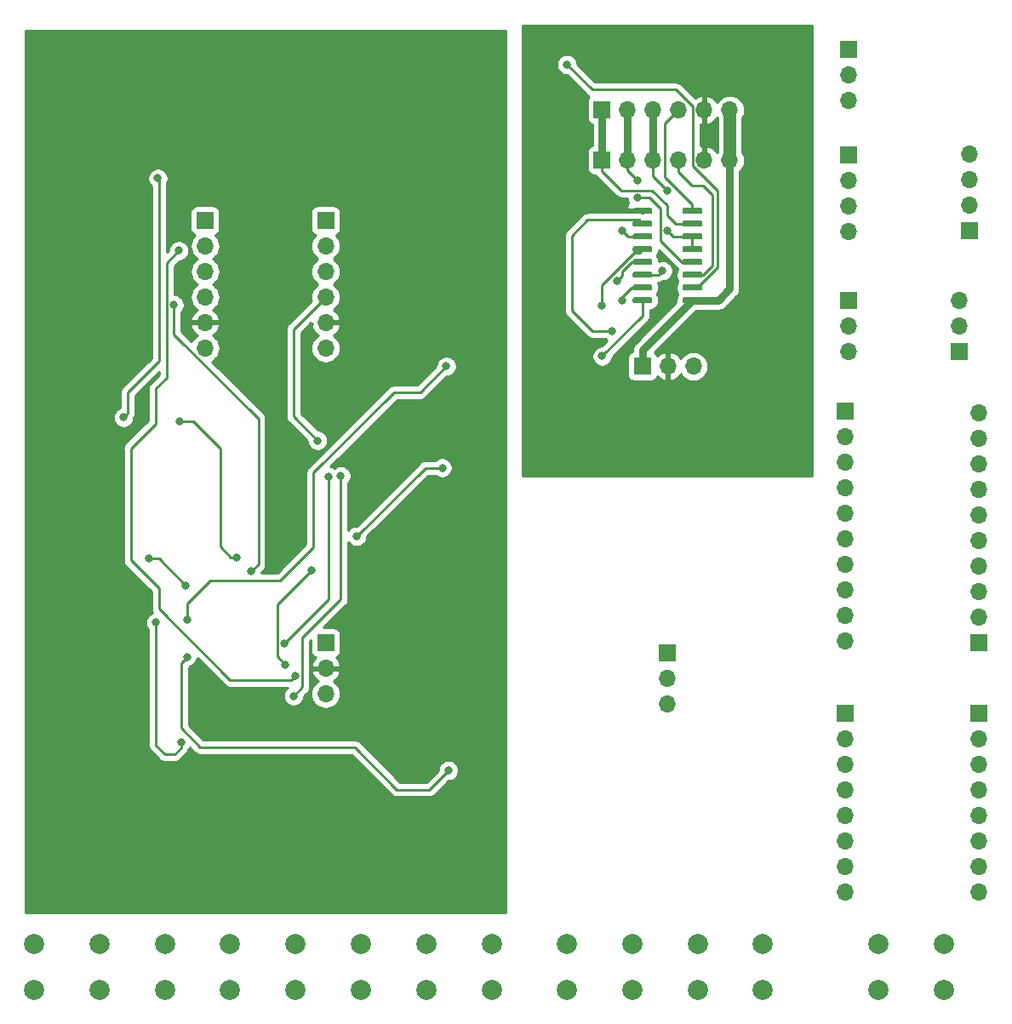
<source format=gbl>
G04 #@! TF.GenerationSoftware,KiCad,Pcbnew,(5.1.2)-1*
G04 #@! TF.CreationDate,2019-06-28T17:44:25+01:00*
G04 #@! TF.ProjectId,Clock_7_Segment,436c6f63-6b5f-4375-9f53-65676d656e74,rev?*
G04 #@! TF.SameCoordinates,Original*
G04 #@! TF.FileFunction,Copper,L2,Bot*
G04 #@! TF.FilePolarity,Positive*
%FSLAX46Y46*%
G04 Gerber Fmt 4.6, Leading zero omitted, Abs format (unit mm)*
G04 Created by KiCad (PCBNEW (5.1.2)-1) date 2019-06-28 17:44:25*
%MOMM*%
%LPD*%
G04 APERTURE LIST*
%ADD10C,2.000000*%
%ADD11O,1.700000X1.700000*%
%ADD12R,1.700000X1.700000*%
%ADD13C,0.100000*%
%ADD14C,0.600000*%
%ADD15C,0.800000*%
%ADD16C,0.250000*%
%ADD17C,1.250000*%
%ADD18C,0.750000*%
%ADD19C,0.254000*%
G04 APERTURE END LIST*
D10*
X200000000Y-172500000D03*
X200000000Y-168000000D03*
X206500000Y-172500000D03*
X206500000Y-168000000D03*
X188500000Y-168000000D03*
X188500000Y-172500000D03*
X182000000Y-168000000D03*
X182000000Y-172500000D03*
X175500000Y-168000000D03*
X175500000Y-172500000D03*
X169000000Y-168000000D03*
X169000000Y-172500000D03*
X161500000Y-168000000D03*
X161500000Y-172500000D03*
X155000000Y-168000000D03*
X155000000Y-172500000D03*
X148500000Y-168000000D03*
X148500000Y-172500000D03*
X142000000Y-168000000D03*
X142000000Y-172500000D03*
X135500000Y-168000000D03*
X135500000Y-172500000D03*
X129000000Y-168000000D03*
X129000000Y-172500000D03*
X122500000Y-168000000D03*
X122500000Y-172500000D03*
X116000000Y-168000000D03*
X116000000Y-172500000D03*
D11*
X196650000Y-162780000D03*
X196650000Y-160240000D03*
X196650000Y-157700000D03*
X196650000Y-155160000D03*
X196650000Y-152620000D03*
X196650000Y-150080000D03*
X196650000Y-147540000D03*
D12*
X196650000Y-145000000D03*
D11*
X210000000Y-162780000D03*
X210000000Y-160240000D03*
X210000000Y-157700000D03*
X210000000Y-155160000D03*
X210000000Y-152620000D03*
X210000000Y-150080000D03*
X210000000Y-147540000D03*
D12*
X210000000Y-145000000D03*
D11*
X196650000Y-137860000D03*
X196650000Y-135320000D03*
X196650000Y-132780000D03*
X196650000Y-130240000D03*
X196650000Y-127700000D03*
X196650000Y-125160000D03*
X196650000Y-122620000D03*
X196650000Y-120080000D03*
X196650000Y-117540000D03*
D12*
X196650000Y-115000000D03*
D11*
X210000000Y-115140000D03*
X210000000Y-117680000D03*
X210000000Y-120220000D03*
X210000000Y-122760000D03*
X210000000Y-125300000D03*
X210000000Y-127840000D03*
X210000000Y-130380000D03*
X210000000Y-132920000D03*
X210000000Y-135460000D03*
D12*
X210000000Y-138000000D03*
D11*
X208000000Y-103920000D03*
X208000000Y-106460000D03*
D12*
X208000000Y-109000000D03*
D11*
X197000000Y-109080000D03*
X197000000Y-106540000D03*
D12*
X197000000Y-104000000D03*
D11*
X209000000Y-89380000D03*
X209000000Y-91920000D03*
X209000000Y-94460000D03*
D12*
X209000000Y-97000000D03*
D11*
X197000000Y-97080000D03*
X197000000Y-94540000D03*
X197000000Y-92000000D03*
D12*
X197000000Y-89460000D03*
D11*
X197000000Y-84080000D03*
X197000000Y-81540000D03*
D12*
X197000000Y-79000000D03*
D11*
X179000000Y-144080000D03*
X179000000Y-141540000D03*
D12*
X179000000Y-139000000D03*
D13*
G36*
X182314703Y-103645722D02*
G01*
X182329264Y-103647882D01*
X182343543Y-103651459D01*
X182357403Y-103656418D01*
X182370710Y-103662712D01*
X182383336Y-103670280D01*
X182395159Y-103679048D01*
X182406066Y-103688934D01*
X182415952Y-103699841D01*
X182424720Y-103711664D01*
X182432288Y-103724290D01*
X182438582Y-103737597D01*
X182443541Y-103751457D01*
X182447118Y-103765736D01*
X182449278Y-103780297D01*
X182450000Y-103795000D01*
X182450000Y-104095000D01*
X182449278Y-104109703D01*
X182447118Y-104124264D01*
X182443541Y-104138543D01*
X182438582Y-104152403D01*
X182432288Y-104165710D01*
X182424720Y-104178336D01*
X182415952Y-104190159D01*
X182406066Y-104201066D01*
X182395159Y-104210952D01*
X182383336Y-104219720D01*
X182370710Y-104227288D01*
X182357403Y-104233582D01*
X182343543Y-104238541D01*
X182329264Y-104242118D01*
X182314703Y-104244278D01*
X182300000Y-104245000D01*
X180650000Y-104245000D01*
X180635297Y-104244278D01*
X180620736Y-104242118D01*
X180606457Y-104238541D01*
X180592597Y-104233582D01*
X180579290Y-104227288D01*
X180566664Y-104219720D01*
X180554841Y-104210952D01*
X180543934Y-104201066D01*
X180534048Y-104190159D01*
X180525280Y-104178336D01*
X180517712Y-104165710D01*
X180511418Y-104152403D01*
X180506459Y-104138543D01*
X180502882Y-104124264D01*
X180500722Y-104109703D01*
X180500000Y-104095000D01*
X180500000Y-103795000D01*
X180500722Y-103780297D01*
X180502882Y-103765736D01*
X180506459Y-103751457D01*
X180511418Y-103737597D01*
X180517712Y-103724290D01*
X180525280Y-103711664D01*
X180534048Y-103699841D01*
X180543934Y-103688934D01*
X180554841Y-103679048D01*
X180566664Y-103670280D01*
X180579290Y-103662712D01*
X180592597Y-103656418D01*
X180606457Y-103651459D01*
X180620736Y-103647882D01*
X180635297Y-103645722D01*
X180650000Y-103645000D01*
X182300000Y-103645000D01*
X182314703Y-103645722D01*
X182314703Y-103645722D01*
G37*
D14*
X181475000Y-103945000D03*
D13*
G36*
X182314703Y-102375722D02*
G01*
X182329264Y-102377882D01*
X182343543Y-102381459D01*
X182357403Y-102386418D01*
X182370710Y-102392712D01*
X182383336Y-102400280D01*
X182395159Y-102409048D01*
X182406066Y-102418934D01*
X182415952Y-102429841D01*
X182424720Y-102441664D01*
X182432288Y-102454290D01*
X182438582Y-102467597D01*
X182443541Y-102481457D01*
X182447118Y-102495736D01*
X182449278Y-102510297D01*
X182450000Y-102525000D01*
X182450000Y-102825000D01*
X182449278Y-102839703D01*
X182447118Y-102854264D01*
X182443541Y-102868543D01*
X182438582Y-102882403D01*
X182432288Y-102895710D01*
X182424720Y-102908336D01*
X182415952Y-102920159D01*
X182406066Y-102931066D01*
X182395159Y-102940952D01*
X182383336Y-102949720D01*
X182370710Y-102957288D01*
X182357403Y-102963582D01*
X182343543Y-102968541D01*
X182329264Y-102972118D01*
X182314703Y-102974278D01*
X182300000Y-102975000D01*
X180650000Y-102975000D01*
X180635297Y-102974278D01*
X180620736Y-102972118D01*
X180606457Y-102968541D01*
X180592597Y-102963582D01*
X180579290Y-102957288D01*
X180566664Y-102949720D01*
X180554841Y-102940952D01*
X180543934Y-102931066D01*
X180534048Y-102920159D01*
X180525280Y-102908336D01*
X180517712Y-102895710D01*
X180511418Y-102882403D01*
X180506459Y-102868543D01*
X180502882Y-102854264D01*
X180500722Y-102839703D01*
X180500000Y-102825000D01*
X180500000Y-102525000D01*
X180500722Y-102510297D01*
X180502882Y-102495736D01*
X180506459Y-102481457D01*
X180511418Y-102467597D01*
X180517712Y-102454290D01*
X180525280Y-102441664D01*
X180534048Y-102429841D01*
X180543934Y-102418934D01*
X180554841Y-102409048D01*
X180566664Y-102400280D01*
X180579290Y-102392712D01*
X180592597Y-102386418D01*
X180606457Y-102381459D01*
X180620736Y-102377882D01*
X180635297Y-102375722D01*
X180650000Y-102375000D01*
X182300000Y-102375000D01*
X182314703Y-102375722D01*
X182314703Y-102375722D01*
G37*
D14*
X181475000Y-102675000D03*
D13*
G36*
X182314703Y-101105722D02*
G01*
X182329264Y-101107882D01*
X182343543Y-101111459D01*
X182357403Y-101116418D01*
X182370710Y-101122712D01*
X182383336Y-101130280D01*
X182395159Y-101139048D01*
X182406066Y-101148934D01*
X182415952Y-101159841D01*
X182424720Y-101171664D01*
X182432288Y-101184290D01*
X182438582Y-101197597D01*
X182443541Y-101211457D01*
X182447118Y-101225736D01*
X182449278Y-101240297D01*
X182450000Y-101255000D01*
X182450000Y-101555000D01*
X182449278Y-101569703D01*
X182447118Y-101584264D01*
X182443541Y-101598543D01*
X182438582Y-101612403D01*
X182432288Y-101625710D01*
X182424720Y-101638336D01*
X182415952Y-101650159D01*
X182406066Y-101661066D01*
X182395159Y-101670952D01*
X182383336Y-101679720D01*
X182370710Y-101687288D01*
X182357403Y-101693582D01*
X182343543Y-101698541D01*
X182329264Y-101702118D01*
X182314703Y-101704278D01*
X182300000Y-101705000D01*
X180650000Y-101705000D01*
X180635297Y-101704278D01*
X180620736Y-101702118D01*
X180606457Y-101698541D01*
X180592597Y-101693582D01*
X180579290Y-101687288D01*
X180566664Y-101679720D01*
X180554841Y-101670952D01*
X180543934Y-101661066D01*
X180534048Y-101650159D01*
X180525280Y-101638336D01*
X180517712Y-101625710D01*
X180511418Y-101612403D01*
X180506459Y-101598543D01*
X180502882Y-101584264D01*
X180500722Y-101569703D01*
X180500000Y-101555000D01*
X180500000Y-101255000D01*
X180500722Y-101240297D01*
X180502882Y-101225736D01*
X180506459Y-101211457D01*
X180511418Y-101197597D01*
X180517712Y-101184290D01*
X180525280Y-101171664D01*
X180534048Y-101159841D01*
X180543934Y-101148934D01*
X180554841Y-101139048D01*
X180566664Y-101130280D01*
X180579290Y-101122712D01*
X180592597Y-101116418D01*
X180606457Y-101111459D01*
X180620736Y-101107882D01*
X180635297Y-101105722D01*
X180650000Y-101105000D01*
X182300000Y-101105000D01*
X182314703Y-101105722D01*
X182314703Y-101105722D01*
G37*
D14*
X181475000Y-101405000D03*
D13*
G36*
X182314703Y-99835722D02*
G01*
X182329264Y-99837882D01*
X182343543Y-99841459D01*
X182357403Y-99846418D01*
X182370710Y-99852712D01*
X182383336Y-99860280D01*
X182395159Y-99869048D01*
X182406066Y-99878934D01*
X182415952Y-99889841D01*
X182424720Y-99901664D01*
X182432288Y-99914290D01*
X182438582Y-99927597D01*
X182443541Y-99941457D01*
X182447118Y-99955736D01*
X182449278Y-99970297D01*
X182450000Y-99985000D01*
X182450000Y-100285000D01*
X182449278Y-100299703D01*
X182447118Y-100314264D01*
X182443541Y-100328543D01*
X182438582Y-100342403D01*
X182432288Y-100355710D01*
X182424720Y-100368336D01*
X182415952Y-100380159D01*
X182406066Y-100391066D01*
X182395159Y-100400952D01*
X182383336Y-100409720D01*
X182370710Y-100417288D01*
X182357403Y-100423582D01*
X182343543Y-100428541D01*
X182329264Y-100432118D01*
X182314703Y-100434278D01*
X182300000Y-100435000D01*
X180650000Y-100435000D01*
X180635297Y-100434278D01*
X180620736Y-100432118D01*
X180606457Y-100428541D01*
X180592597Y-100423582D01*
X180579290Y-100417288D01*
X180566664Y-100409720D01*
X180554841Y-100400952D01*
X180543934Y-100391066D01*
X180534048Y-100380159D01*
X180525280Y-100368336D01*
X180517712Y-100355710D01*
X180511418Y-100342403D01*
X180506459Y-100328543D01*
X180502882Y-100314264D01*
X180500722Y-100299703D01*
X180500000Y-100285000D01*
X180500000Y-99985000D01*
X180500722Y-99970297D01*
X180502882Y-99955736D01*
X180506459Y-99941457D01*
X180511418Y-99927597D01*
X180517712Y-99914290D01*
X180525280Y-99901664D01*
X180534048Y-99889841D01*
X180543934Y-99878934D01*
X180554841Y-99869048D01*
X180566664Y-99860280D01*
X180579290Y-99852712D01*
X180592597Y-99846418D01*
X180606457Y-99841459D01*
X180620736Y-99837882D01*
X180635297Y-99835722D01*
X180650000Y-99835000D01*
X182300000Y-99835000D01*
X182314703Y-99835722D01*
X182314703Y-99835722D01*
G37*
D14*
X181475000Y-100135000D03*
D13*
G36*
X182314703Y-98565722D02*
G01*
X182329264Y-98567882D01*
X182343543Y-98571459D01*
X182357403Y-98576418D01*
X182370710Y-98582712D01*
X182383336Y-98590280D01*
X182395159Y-98599048D01*
X182406066Y-98608934D01*
X182415952Y-98619841D01*
X182424720Y-98631664D01*
X182432288Y-98644290D01*
X182438582Y-98657597D01*
X182443541Y-98671457D01*
X182447118Y-98685736D01*
X182449278Y-98700297D01*
X182450000Y-98715000D01*
X182450000Y-99015000D01*
X182449278Y-99029703D01*
X182447118Y-99044264D01*
X182443541Y-99058543D01*
X182438582Y-99072403D01*
X182432288Y-99085710D01*
X182424720Y-99098336D01*
X182415952Y-99110159D01*
X182406066Y-99121066D01*
X182395159Y-99130952D01*
X182383336Y-99139720D01*
X182370710Y-99147288D01*
X182357403Y-99153582D01*
X182343543Y-99158541D01*
X182329264Y-99162118D01*
X182314703Y-99164278D01*
X182300000Y-99165000D01*
X180650000Y-99165000D01*
X180635297Y-99164278D01*
X180620736Y-99162118D01*
X180606457Y-99158541D01*
X180592597Y-99153582D01*
X180579290Y-99147288D01*
X180566664Y-99139720D01*
X180554841Y-99130952D01*
X180543934Y-99121066D01*
X180534048Y-99110159D01*
X180525280Y-99098336D01*
X180517712Y-99085710D01*
X180511418Y-99072403D01*
X180506459Y-99058543D01*
X180502882Y-99044264D01*
X180500722Y-99029703D01*
X180500000Y-99015000D01*
X180500000Y-98715000D01*
X180500722Y-98700297D01*
X180502882Y-98685736D01*
X180506459Y-98671457D01*
X180511418Y-98657597D01*
X180517712Y-98644290D01*
X180525280Y-98631664D01*
X180534048Y-98619841D01*
X180543934Y-98608934D01*
X180554841Y-98599048D01*
X180566664Y-98590280D01*
X180579290Y-98582712D01*
X180592597Y-98576418D01*
X180606457Y-98571459D01*
X180620736Y-98567882D01*
X180635297Y-98565722D01*
X180650000Y-98565000D01*
X182300000Y-98565000D01*
X182314703Y-98565722D01*
X182314703Y-98565722D01*
G37*
D14*
X181475000Y-98865000D03*
D13*
G36*
X182314703Y-97295722D02*
G01*
X182329264Y-97297882D01*
X182343543Y-97301459D01*
X182357403Y-97306418D01*
X182370710Y-97312712D01*
X182383336Y-97320280D01*
X182395159Y-97329048D01*
X182406066Y-97338934D01*
X182415952Y-97349841D01*
X182424720Y-97361664D01*
X182432288Y-97374290D01*
X182438582Y-97387597D01*
X182443541Y-97401457D01*
X182447118Y-97415736D01*
X182449278Y-97430297D01*
X182450000Y-97445000D01*
X182450000Y-97745000D01*
X182449278Y-97759703D01*
X182447118Y-97774264D01*
X182443541Y-97788543D01*
X182438582Y-97802403D01*
X182432288Y-97815710D01*
X182424720Y-97828336D01*
X182415952Y-97840159D01*
X182406066Y-97851066D01*
X182395159Y-97860952D01*
X182383336Y-97869720D01*
X182370710Y-97877288D01*
X182357403Y-97883582D01*
X182343543Y-97888541D01*
X182329264Y-97892118D01*
X182314703Y-97894278D01*
X182300000Y-97895000D01*
X180650000Y-97895000D01*
X180635297Y-97894278D01*
X180620736Y-97892118D01*
X180606457Y-97888541D01*
X180592597Y-97883582D01*
X180579290Y-97877288D01*
X180566664Y-97869720D01*
X180554841Y-97860952D01*
X180543934Y-97851066D01*
X180534048Y-97840159D01*
X180525280Y-97828336D01*
X180517712Y-97815710D01*
X180511418Y-97802403D01*
X180506459Y-97788543D01*
X180502882Y-97774264D01*
X180500722Y-97759703D01*
X180500000Y-97745000D01*
X180500000Y-97445000D01*
X180500722Y-97430297D01*
X180502882Y-97415736D01*
X180506459Y-97401457D01*
X180511418Y-97387597D01*
X180517712Y-97374290D01*
X180525280Y-97361664D01*
X180534048Y-97349841D01*
X180543934Y-97338934D01*
X180554841Y-97329048D01*
X180566664Y-97320280D01*
X180579290Y-97312712D01*
X180592597Y-97306418D01*
X180606457Y-97301459D01*
X180620736Y-97297882D01*
X180635297Y-97295722D01*
X180650000Y-97295000D01*
X182300000Y-97295000D01*
X182314703Y-97295722D01*
X182314703Y-97295722D01*
G37*
D14*
X181475000Y-97595000D03*
D13*
G36*
X182314703Y-96025722D02*
G01*
X182329264Y-96027882D01*
X182343543Y-96031459D01*
X182357403Y-96036418D01*
X182370710Y-96042712D01*
X182383336Y-96050280D01*
X182395159Y-96059048D01*
X182406066Y-96068934D01*
X182415952Y-96079841D01*
X182424720Y-96091664D01*
X182432288Y-96104290D01*
X182438582Y-96117597D01*
X182443541Y-96131457D01*
X182447118Y-96145736D01*
X182449278Y-96160297D01*
X182450000Y-96175000D01*
X182450000Y-96475000D01*
X182449278Y-96489703D01*
X182447118Y-96504264D01*
X182443541Y-96518543D01*
X182438582Y-96532403D01*
X182432288Y-96545710D01*
X182424720Y-96558336D01*
X182415952Y-96570159D01*
X182406066Y-96581066D01*
X182395159Y-96590952D01*
X182383336Y-96599720D01*
X182370710Y-96607288D01*
X182357403Y-96613582D01*
X182343543Y-96618541D01*
X182329264Y-96622118D01*
X182314703Y-96624278D01*
X182300000Y-96625000D01*
X180650000Y-96625000D01*
X180635297Y-96624278D01*
X180620736Y-96622118D01*
X180606457Y-96618541D01*
X180592597Y-96613582D01*
X180579290Y-96607288D01*
X180566664Y-96599720D01*
X180554841Y-96590952D01*
X180543934Y-96581066D01*
X180534048Y-96570159D01*
X180525280Y-96558336D01*
X180517712Y-96545710D01*
X180511418Y-96532403D01*
X180506459Y-96518543D01*
X180502882Y-96504264D01*
X180500722Y-96489703D01*
X180500000Y-96475000D01*
X180500000Y-96175000D01*
X180500722Y-96160297D01*
X180502882Y-96145736D01*
X180506459Y-96131457D01*
X180511418Y-96117597D01*
X180517712Y-96104290D01*
X180525280Y-96091664D01*
X180534048Y-96079841D01*
X180543934Y-96068934D01*
X180554841Y-96059048D01*
X180566664Y-96050280D01*
X180579290Y-96042712D01*
X180592597Y-96036418D01*
X180606457Y-96031459D01*
X180620736Y-96027882D01*
X180635297Y-96025722D01*
X180650000Y-96025000D01*
X182300000Y-96025000D01*
X182314703Y-96025722D01*
X182314703Y-96025722D01*
G37*
D14*
X181475000Y-96325000D03*
D13*
G36*
X182314703Y-94755722D02*
G01*
X182329264Y-94757882D01*
X182343543Y-94761459D01*
X182357403Y-94766418D01*
X182370710Y-94772712D01*
X182383336Y-94780280D01*
X182395159Y-94789048D01*
X182406066Y-94798934D01*
X182415952Y-94809841D01*
X182424720Y-94821664D01*
X182432288Y-94834290D01*
X182438582Y-94847597D01*
X182443541Y-94861457D01*
X182447118Y-94875736D01*
X182449278Y-94890297D01*
X182450000Y-94905000D01*
X182450000Y-95205000D01*
X182449278Y-95219703D01*
X182447118Y-95234264D01*
X182443541Y-95248543D01*
X182438582Y-95262403D01*
X182432288Y-95275710D01*
X182424720Y-95288336D01*
X182415952Y-95300159D01*
X182406066Y-95311066D01*
X182395159Y-95320952D01*
X182383336Y-95329720D01*
X182370710Y-95337288D01*
X182357403Y-95343582D01*
X182343543Y-95348541D01*
X182329264Y-95352118D01*
X182314703Y-95354278D01*
X182300000Y-95355000D01*
X180650000Y-95355000D01*
X180635297Y-95354278D01*
X180620736Y-95352118D01*
X180606457Y-95348541D01*
X180592597Y-95343582D01*
X180579290Y-95337288D01*
X180566664Y-95329720D01*
X180554841Y-95320952D01*
X180543934Y-95311066D01*
X180534048Y-95300159D01*
X180525280Y-95288336D01*
X180517712Y-95275710D01*
X180511418Y-95262403D01*
X180506459Y-95248543D01*
X180502882Y-95234264D01*
X180500722Y-95219703D01*
X180500000Y-95205000D01*
X180500000Y-94905000D01*
X180500722Y-94890297D01*
X180502882Y-94875736D01*
X180506459Y-94861457D01*
X180511418Y-94847597D01*
X180517712Y-94834290D01*
X180525280Y-94821664D01*
X180534048Y-94809841D01*
X180543934Y-94798934D01*
X180554841Y-94789048D01*
X180566664Y-94780280D01*
X180579290Y-94772712D01*
X180592597Y-94766418D01*
X180606457Y-94761459D01*
X180620736Y-94757882D01*
X180635297Y-94755722D01*
X180650000Y-94755000D01*
X182300000Y-94755000D01*
X182314703Y-94755722D01*
X182314703Y-94755722D01*
G37*
D14*
X181475000Y-95055000D03*
D13*
G36*
X177364703Y-94755722D02*
G01*
X177379264Y-94757882D01*
X177393543Y-94761459D01*
X177407403Y-94766418D01*
X177420710Y-94772712D01*
X177433336Y-94780280D01*
X177445159Y-94789048D01*
X177456066Y-94798934D01*
X177465952Y-94809841D01*
X177474720Y-94821664D01*
X177482288Y-94834290D01*
X177488582Y-94847597D01*
X177493541Y-94861457D01*
X177497118Y-94875736D01*
X177499278Y-94890297D01*
X177500000Y-94905000D01*
X177500000Y-95205000D01*
X177499278Y-95219703D01*
X177497118Y-95234264D01*
X177493541Y-95248543D01*
X177488582Y-95262403D01*
X177482288Y-95275710D01*
X177474720Y-95288336D01*
X177465952Y-95300159D01*
X177456066Y-95311066D01*
X177445159Y-95320952D01*
X177433336Y-95329720D01*
X177420710Y-95337288D01*
X177407403Y-95343582D01*
X177393543Y-95348541D01*
X177379264Y-95352118D01*
X177364703Y-95354278D01*
X177350000Y-95355000D01*
X175700000Y-95355000D01*
X175685297Y-95354278D01*
X175670736Y-95352118D01*
X175656457Y-95348541D01*
X175642597Y-95343582D01*
X175629290Y-95337288D01*
X175616664Y-95329720D01*
X175604841Y-95320952D01*
X175593934Y-95311066D01*
X175584048Y-95300159D01*
X175575280Y-95288336D01*
X175567712Y-95275710D01*
X175561418Y-95262403D01*
X175556459Y-95248543D01*
X175552882Y-95234264D01*
X175550722Y-95219703D01*
X175550000Y-95205000D01*
X175550000Y-94905000D01*
X175550722Y-94890297D01*
X175552882Y-94875736D01*
X175556459Y-94861457D01*
X175561418Y-94847597D01*
X175567712Y-94834290D01*
X175575280Y-94821664D01*
X175584048Y-94809841D01*
X175593934Y-94798934D01*
X175604841Y-94789048D01*
X175616664Y-94780280D01*
X175629290Y-94772712D01*
X175642597Y-94766418D01*
X175656457Y-94761459D01*
X175670736Y-94757882D01*
X175685297Y-94755722D01*
X175700000Y-94755000D01*
X177350000Y-94755000D01*
X177364703Y-94755722D01*
X177364703Y-94755722D01*
G37*
D14*
X176525000Y-95055000D03*
D13*
G36*
X177364703Y-96025722D02*
G01*
X177379264Y-96027882D01*
X177393543Y-96031459D01*
X177407403Y-96036418D01*
X177420710Y-96042712D01*
X177433336Y-96050280D01*
X177445159Y-96059048D01*
X177456066Y-96068934D01*
X177465952Y-96079841D01*
X177474720Y-96091664D01*
X177482288Y-96104290D01*
X177488582Y-96117597D01*
X177493541Y-96131457D01*
X177497118Y-96145736D01*
X177499278Y-96160297D01*
X177500000Y-96175000D01*
X177500000Y-96475000D01*
X177499278Y-96489703D01*
X177497118Y-96504264D01*
X177493541Y-96518543D01*
X177488582Y-96532403D01*
X177482288Y-96545710D01*
X177474720Y-96558336D01*
X177465952Y-96570159D01*
X177456066Y-96581066D01*
X177445159Y-96590952D01*
X177433336Y-96599720D01*
X177420710Y-96607288D01*
X177407403Y-96613582D01*
X177393543Y-96618541D01*
X177379264Y-96622118D01*
X177364703Y-96624278D01*
X177350000Y-96625000D01*
X175700000Y-96625000D01*
X175685297Y-96624278D01*
X175670736Y-96622118D01*
X175656457Y-96618541D01*
X175642597Y-96613582D01*
X175629290Y-96607288D01*
X175616664Y-96599720D01*
X175604841Y-96590952D01*
X175593934Y-96581066D01*
X175584048Y-96570159D01*
X175575280Y-96558336D01*
X175567712Y-96545710D01*
X175561418Y-96532403D01*
X175556459Y-96518543D01*
X175552882Y-96504264D01*
X175550722Y-96489703D01*
X175550000Y-96475000D01*
X175550000Y-96175000D01*
X175550722Y-96160297D01*
X175552882Y-96145736D01*
X175556459Y-96131457D01*
X175561418Y-96117597D01*
X175567712Y-96104290D01*
X175575280Y-96091664D01*
X175584048Y-96079841D01*
X175593934Y-96068934D01*
X175604841Y-96059048D01*
X175616664Y-96050280D01*
X175629290Y-96042712D01*
X175642597Y-96036418D01*
X175656457Y-96031459D01*
X175670736Y-96027882D01*
X175685297Y-96025722D01*
X175700000Y-96025000D01*
X177350000Y-96025000D01*
X177364703Y-96025722D01*
X177364703Y-96025722D01*
G37*
D14*
X176525000Y-96325000D03*
D13*
G36*
X177364703Y-97295722D02*
G01*
X177379264Y-97297882D01*
X177393543Y-97301459D01*
X177407403Y-97306418D01*
X177420710Y-97312712D01*
X177433336Y-97320280D01*
X177445159Y-97329048D01*
X177456066Y-97338934D01*
X177465952Y-97349841D01*
X177474720Y-97361664D01*
X177482288Y-97374290D01*
X177488582Y-97387597D01*
X177493541Y-97401457D01*
X177497118Y-97415736D01*
X177499278Y-97430297D01*
X177500000Y-97445000D01*
X177500000Y-97745000D01*
X177499278Y-97759703D01*
X177497118Y-97774264D01*
X177493541Y-97788543D01*
X177488582Y-97802403D01*
X177482288Y-97815710D01*
X177474720Y-97828336D01*
X177465952Y-97840159D01*
X177456066Y-97851066D01*
X177445159Y-97860952D01*
X177433336Y-97869720D01*
X177420710Y-97877288D01*
X177407403Y-97883582D01*
X177393543Y-97888541D01*
X177379264Y-97892118D01*
X177364703Y-97894278D01*
X177350000Y-97895000D01*
X175700000Y-97895000D01*
X175685297Y-97894278D01*
X175670736Y-97892118D01*
X175656457Y-97888541D01*
X175642597Y-97883582D01*
X175629290Y-97877288D01*
X175616664Y-97869720D01*
X175604841Y-97860952D01*
X175593934Y-97851066D01*
X175584048Y-97840159D01*
X175575280Y-97828336D01*
X175567712Y-97815710D01*
X175561418Y-97802403D01*
X175556459Y-97788543D01*
X175552882Y-97774264D01*
X175550722Y-97759703D01*
X175550000Y-97745000D01*
X175550000Y-97445000D01*
X175550722Y-97430297D01*
X175552882Y-97415736D01*
X175556459Y-97401457D01*
X175561418Y-97387597D01*
X175567712Y-97374290D01*
X175575280Y-97361664D01*
X175584048Y-97349841D01*
X175593934Y-97338934D01*
X175604841Y-97329048D01*
X175616664Y-97320280D01*
X175629290Y-97312712D01*
X175642597Y-97306418D01*
X175656457Y-97301459D01*
X175670736Y-97297882D01*
X175685297Y-97295722D01*
X175700000Y-97295000D01*
X177350000Y-97295000D01*
X177364703Y-97295722D01*
X177364703Y-97295722D01*
G37*
D14*
X176525000Y-97595000D03*
D13*
G36*
X177364703Y-98565722D02*
G01*
X177379264Y-98567882D01*
X177393543Y-98571459D01*
X177407403Y-98576418D01*
X177420710Y-98582712D01*
X177433336Y-98590280D01*
X177445159Y-98599048D01*
X177456066Y-98608934D01*
X177465952Y-98619841D01*
X177474720Y-98631664D01*
X177482288Y-98644290D01*
X177488582Y-98657597D01*
X177493541Y-98671457D01*
X177497118Y-98685736D01*
X177499278Y-98700297D01*
X177500000Y-98715000D01*
X177500000Y-99015000D01*
X177499278Y-99029703D01*
X177497118Y-99044264D01*
X177493541Y-99058543D01*
X177488582Y-99072403D01*
X177482288Y-99085710D01*
X177474720Y-99098336D01*
X177465952Y-99110159D01*
X177456066Y-99121066D01*
X177445159Y-99130952D01*
X177433336Y-99139720D01*
X177420710Y-99147288D01*
X177407403Y-99153582D01*
X177393543Y-99158541D01*
X177379264Y-99162118D01*
X177364703Y-99164278D01*
X177350000Y-99165000D01*
X175700000Y-99165000D01*
X175685297Y-99164278D01*
X175670736Y-99162118D01*
X175656457Y-99158541D01*
X175642597Y-99153582D01*
X175629290Y-99147288D01*
X175616664Y-99139720D01*
X175604841Y-99130952D01*
X175593934Y-99121066D01*
X175584048Y-99110159D01*
X175575280Y-99098336D01*
X175567712Y-99085710D01*
X175561418Y-99072403D01*
X175556459Y-99058543D01*
X175552882Y-99044264D01*
X175550722Y-99029703D01*
X175550000Y-99015000D01*
X175550000Y-98715000D01*
X175550722Y-98700297D01*
X175552882Y-98685736D01*
X175556459Y-98671457D01*
X175561418Y-98657597D01*
X175567712Y-98644290D01*
X175575280Y-98631664D01*
X175584048Y-98619841D01*
X175593934Y-98608934D01*
X175604841Y-98599048D01*
X175616664Y-98590280D01*
X175629290Y-98582712D01*
X175642597Y-98576418D01*
X175656457Y-98571459D01*
X175670736Y-98567882D01*
X175685297Y-98565722D01*
X175700000Y-98565000D01*
X177350000Y-98565000D01*
X177364703Y-98565722D01*
X177364703Y-98565722D01*
G37*
D14*
X176525000Y-98865000D03*
D13*
G36*
X177364703Y-99835722D02*
G01*
X177379264Y-99837882D01*
X177393543Y-99841459D01*
X177407403Y-99846418D01*
X177420710Y-99852712D01*
X177433336Y-99860280D01*
X177445159Y-99869048D01*
X177456066Y-99878934D01*
X177465952Y-99889841D01*
X177474720Y-99901664D01*
X177482288Y-99914290D01*
X177488582Y-99927597D01*
X177493541Y-99941457D01*
X177497118Y-99955736D01*
X177499278Y-99970297D01*
X177500000Y-99985000D01*
X177500000Y-100285000D01*
X177499278Y-100299703D01*
X177497118Y-100314264D01*
X177493541Y-100328543D01*
X177488582Y-100342403D01*
X177482288Y-100355710D01*
X177474720Y-100368336D01*
X177465952Y-100380159D01*
X177456066Y-100391066D01*
X177445159Y-100400952D01*
X177433336Y-100409720D01*
X177420710Y-100417288D01*
X177407403Y-100423582D01*
X177393543Y-100428541D01*
X177379264Y-100432118D01*
X177364703Y-100434278D01*
X177350000Y-100435000D01*
X175700000Y-100435000D01*
X175685297Y-100434278D01*
X175670736Y-100432118D01*
X175656457Y-100428541D01*
X175642597Y-100423582D01*
X175629290Y-100417288D01*
X175616664Y-100409720D01*
X175604841Y-100400952D01*
X175593934Y-100391066D01*
X175584048Y-100380159D01*
X175575280Y-100368336D01*
X175567712Y-100355710D01*
X175561418Y-100342403D01*
X175556459Y-100328543D01*
X175552882Y-100314264D01*
X175550722Y-100299703D01*
X175550000Y-100285000D01*
X175550000Y-99985000D01*
X175550722Y-99970297D01*
X175552882Y-99955736D01*
X175556459Y-99941457D01*
X175561418Y-99927597D01*
X175567712Y-99914290D01*
X175575280Y-99901664D01*
X175584048Y-99889841D01*
X175593934Y-99878934D01*
X175604841Y-99869048D01*
X175616664Y-99860280D01*
X175629290Y-99852712D01*
X175642597Y-99846418D01*
X175656457Y-99841459D01*
X175670736Y-99837882D01*
X175685297Y-99835722D01*
X175700000Y-99835000D01*
X177350000Y-99835000D01*
X177364703Y-99835722D01*
X177364703Y-99835722D01*
G37*
D14*
X176525000Y-100135000D03*
D13*
G36*
X177364703Y-101105722D02*
G01*
X177379264Y-101107882D01*
X177393543Y-101111459D01*
X177407403Y-101116418D01*
X177420710Y-101122712D01*
X177433336Y-101130280D01*
X177445159Y-101139048D01*
X177456066Y-101148934D01*
X177465952Y-101159841D01*
X177474720Y-101171664D01*
X177482288Y-101184290D01*
X177488582Y-101197597D01*
X177493541Y-101211457D01*
X177497118Y-101225736D01*
X177499278Y-101240297D01*
X177500000Y-101255000D01*
X177500000Y-101555000D01*
X177499278Y-101569703D01*
X177497118Y-101584264D01*
X177493541Y-101598543D01*
X177488582Y-101612403D01*
X177482288Y-101625710D01*
X177474720Y-101638336D01*
X177465952Y-101650159D01*
X177456066Y-101661066D01*
X177445159Y-101670952D01*
X177433336Y-101679720D01*
X177420710Y-101687288D01*
X177407403Y-101693582D01*
X177393543Y-101698541D01*
X177379264Y-101702118D01*
X177364703Y-101704278D01*
X177350000Y-101705000D01*
X175700000Y-101705000D01*
X175685297Y-101704278D01*
X175670736Y-101702118D01*
X175656457Y-101698541D01*
X175642597Y-101693582D01*
X175629290Y-101687288D01*
X175616664Y-101679720D01*
X175604841Y-101670952D01*
X175593934Y-101661066D01*
X175584048Y-101650159D01*
X175575280Y-101638336D01*
X175567712Y-101625710D01*
X175561418Y-101612403D01*
X175556459Y-101598543D01*
X175552882Y-101584264D01*
X175550722Y-101569703D01*
X175550000Y-101555000D01*
X175550000Y-101255000D01*
X175550722Y-101240297D01*
X175552882Y-101225736D01*
X175556459Y-101211457D01*
X175561418Y-101197597D01*
X175567712Y-101184290D01*
X175575280Y-101171664D01*
X175584048Y-101159841D01*
X175593934Y-101148934D01*
X175604841Y-101139048D01*
X175616664Y-101130280D01*
X175629290Y-101122712D01*
X175642597Y-101116418D01*
X175656457Y-101111459D01*
X175670736Y-101107882D01*
X175685297Y-101105722D01*
X175700000Y-101105000D01*
X177350000Y-101105000D01*
X177364703Y-101105722D01*
X177364703Y-101105722D01*
G37*
D14*
X176525000Y-101405000D03*
D13*
G36*
X177364703Y-102375722D02*
G01*
X177379264Y-102377882D01*
X177393543Y-102381459D01*
X177407403Y-102386418D01*
X177420710Y-102392712D01*
X177433336Y-102400280D01*
X177445159Y-102409048D01*
X177456066Y-102418934D01*
X177465952Y-102429841D01*
X177474720Y-102441664D01*
X177482288Y-102454290D01*
X177488582Y-102467597D01*
X177493541Y-102481457D01*
X177497118Y-102495736D01*
X177499278Y-102510297D01*
X177500000Y-102525000D01*
X177500000Y-102825000D01*
X177499278Y-102839703D01*
X177497118Y-102854264D01*
X177493541Y-102868543D01*
X177488582Y-102882403D01*
X177482288Y-102895710D01*
X177474720Y-102908336D01*
X177465952Y-102920159D01*
X177456066Y-102931066D01*
X177445159Y-102940952D01*
X177433336Y-102949720D01*
X177420710Y-102957288D01*
X177407403Y-102963582D01*
X177393543Y-102968541D01*
X177379264Y-102972118D01*
X177364703Y-102974278D01*
X177350000Y-102975000D01*
X175700000Y-102975000D01*
X175685297Y-102974278D01*
X175670736Y-102972118D01*
X175656457Y-102968541D01*
X175642597Y-102963582D01*
X175629290Y-102957288D01*
X175616664Y-102949720D01*
X175604841Y-102940952D01*
X175593934Y-102931066D01*
X175584048Y-102920159D01*
X175575280Y-102908336D01*
X175567712Y-102895710D01*
X175561418Y-102882403D01*
X175556459Y-102868543D01*
X175552882Y-102854264D01*
X175550722Y-102839703D01*
X175550000Y-102825000D01*
X175550000Y-102525000D01*
X175550722Y-102510297D01*
X175552882Y-102495736D01*
X175556459Y-102481457D01*
X175561418Y-102467597D01*
X175567712Y-102454290D01*
X175575280Y-102441664D01*
X175584048Y-102429841D01*
X175593934Y-102418934D01*
X175604841Y-102409048D01*
X175616664Y-102400280D01*
X175629290Y-102392712D01*
X175642597Y-102386418D01*
X175656457Y-102381459D01*
X175670736Y-102377882D01*
X175685297Y-102375722D01*
X175700000Y-102375000D01*
X177350000Y-102375000D01*
X177364703Y-102375722D01*
X177364703Y-102375722D01*
G37*
D14*
X176525000Y-102675000D03*
D13*
G36*
X177364703Y-103645722D02*
G01*
X177379264Y-103647882D01*
X177393543Y-103651459D01*
X177407403Y-103656418D01*
X177420710Y-103662712D01*
X177433336Y-103670280D01*
X177445159Y-103679048D01*
X177456066Y-103688934D01*
X177465952Y-103699841D01*
X177474720Y-103711664D01*
X177482288Y-103724290D01*
X177488582Y-103737597D01*
X177493541Y-103751457D01*
X177497118Y-103765736D01*
X177499278Y-103780297D01*
X177500000Y-103795000D01*
X177500000Y-104095000D01*
X177499278Y-104109703D01*
X177497118Y-104124264D01*
X177493541Y-104138543D01*
X177488582Y-104152403D01*
X177482288Y-104165710D01*
X177474720Y-104178336D01*
X177465952Y-104190159D01*
X177456066Y-104201066D01*
X177445159Y-104210952D01*
X177433336Y-104219720D01*
X177420710Y-104227288D01*
X177407403Y-104233582D01*
X177393543Y-104238541D01*
X177379264Y-104242118D01*
X177364703Y-104244278D01*
X177350000Y-104245000D01*
X175700000Y-104245000D01*
X175685297Y-104244278D01*
X175670736Y-104242118D01*
X175656457Y-104238541D01*
X175642597Y-104233582D01*
X175629290Y-104227288D01*
X175616664Y-104219720D01*
X175604841Y-104210952D01*
X175593934Y-104201066D01*
X175584048Y-104190159D01*
X175575280Y-104178336D01*
X175567712Y-104165710D01*
X175561418Y-104152403D01*
X175556459Y-104138543D01*
X175552882Y-104124264D01*
X175550722Y-104109703D01*
X175550000Y-104095000D01*
X175550000Y-103795000D01*
X175550722Y-103780297D01*
X175552882Y-103765736D01*
X175556459Y-103751457D01*
X175561418Y-103737597D01*
X175567712Y-103724290D01*
X175575280Y-103711664D01*
X175584048Y-103699841D01*
X175593934Y-103688934D01*
X175604841Y-103679048D01*
X175616664Y-103670280D01*
X175629290Y-103662712D01*
X175642597Y-103656418D01*
X175656457Y-103651459D01*
X175670736Y-103647882D01*
X175685297Y-103645722D01*
X175700000Y-103645000D01*
X177350000Y-103645000D01*
X177364703Y-103645722D01*
X177364703Y-103645722D01*
G37*
D14*
X176525000Y-103945000D03*
D11*
X181580000Y-110500000D03*
X179040000Y-110500000D03*
D12*
X176500000Y-110500000D03*
D11*
X185200000Y-85000000D03*
X182660000Y-85000000D03*
X180120000Y-85000000D03*
X177580000Y-85000000D03*
X175040000Y-85000000D03*
D12*
X172500000Y-85000000D03*
D11*
X185200000Y-90000000D03*
X182660000Y-90000000D03*
X180120000Y-90000000D03*
X177580000Y-90000000D03*
X175040000Y-90000000D03*
D12*
X172500000Y-90000000D03*
D11*
X145000000Y-143080000D03*
X145000000Y-140540000D03*
D12*
X145000000Y-138000000D03*
D11*
X145000000Y-108700000D03*
X145000000Y-106160000D03*
X145000000Y-103620000D03*
X145000000Y-101080000D03*
X145000000Y-98540000D03*
D12*
X145000000Y-96000000D03*
D11*
X133000000Y-108700000D03*
X133000000Y-106160000D03*
X133000000Y-103620000D03*
X133000000Y-101080000D03*
X133000000Y-98540000D03*
D12*
X133000000Y-96000000D03*
D15*
X140900000Y-138100000D03*
X145300000Y-121500000D03*
X129900000Y-104400000D03*
X137600000Y-130900000D03*
X141975000Y-141300000D03*
X130400000Y-99000000D03*
X141000000Y-140200000D03*
X143600000Y-130800000D03*
X148100000Y-127400000D03*
X156600000Y-120600000D03*
X141800000Y-143300000D03*
X146500000Y-121400000D03*
X144200000Y-117900000D03*
X136100000Y-129500000D03*
X130500000Y-116000000D03*
X131100000Y-132300000D03*
X127400000Y-129600000D03*
X131200000Y-135700000D03*
X157000000Y-110500000D03*
X131200000Y-139400000D03*
X157200000Y-150700000D03*
X130600000Y-147900000D03*
X128100000Y-136000000D03*
X124900000Y-115600000D03*
X128300000Y-91800000D03*
X179000000Y-93000000D03*
X179000000Y-97000000D03*
X176000000Y-92000000D03*
X176000000Y-93725000D03*
X173500000Y-107000000D03*
X169000000Y-80500000D03*
X172500000Y-109500000D03*
X174500000Y-104000000D03*
X178500000Y-101000000D03*
X174000000Y-102000000D03*
X172500000Y-104500000D03*
X174500000Y-97000000D03*
D16*
X140900000Y-138100000D02*
X145300000Y-133700000D01*
X145300000Y-133700000D02*
X145300000Y-121500000D01*
X129900000Y-107339002D02*
X138300000Y-115739002D01*
X129900000Y-104400000D02*
X129900000Y-107339002D01*
X138300000Y-115739002D02*
X138300000Y-130200000D01*
X138300000Y-130200000D02*
X137600000Y-130900000D01*
X141575001Y-141699999D02*
X135499999Y-141699999D01*
X141975000Y-141300000D02*
X141575001Y-141699999D01*
X135499999Y-141699999D02*
X128400000Y-134600000D01*
X128400000Y-134600000D02*
X128400000Y-132600000D01*
X128400000Y-132600000D02*
X125600000Y-129800000D01*
X125600000Y-129800000D02*
X125600000Y-118700000D01*
X128100000Y-116200000D02*
X128100000Y-112700000D01*
X125600000Y-118700000D02*
X128100000Y-116200000D01*
X129174999Y-100225001D02*
X130400000Y-99000000D01*
X128100000Y-112700000D02*
X129174999Y-111625001D01*
X129174999Y-111625001D02*
X129174999Y-100225001D01*
X140174999Y-134225001D02*
X143600000Y-130800000D01*
X141000000Y-140200000D02*
X140174999Y-139374999D01*
X140174999Y-139374999D02*
X140174999Y-134225001D01*
X148100000Y-127400000D02*
X154900000Y-120600000D01*
X154900000Y-120600000D02*
X156600000Y-120600000D01*
X141800000Y-143300000D02*
X142700000Y-142400000D01*
X142700000Y-142400000D02*
X142700000Y-137500000D01*
X142700000Y-137500000D02*
X146500000Y-133700000D01*
X146500000Y-133700000D02*
X146500000Y-121400000D01*
X144200000Y-117900000D02*
X141800000Y-115500000D01*
X141800000Y-106820000D02*
X145000000Y-103620000D01*
X141800000Y-115500000D02*
X141800000Y-106820000D01*
X135534315Y-129500000D02*
X134500000Y-128465685D01*
X136100000Y-129500000D02*
X135534315Y-129500000D01*
X134500000Y-128465685D02*
X134500000Y-118700000D01*
X134500000Y-118700000D02*
X131800000Y-116000000D01*
X131800000Y-116000000D02*
X130500000Y-116000000D01*
X131100000Y-132300000D02*
X128400000Y-129600000D01*
X128400000Y-129600000D02*
X127400000Y-129600000D01*
X131200000Y-135700000D02*
X131200000Y-134200000D01*
X131200000Y-134200000D02*
X131200000Y-134100000D01*
X131200000Y-134100000D02*
X133500000Y-131800000D01*
X133500000Y-131800000D02*
X140500000Y-131800000D01*
X140500000Y-131800000D02*
X143800000Y-128500000D01*
X143800000Y-128500000D02*
X143800000Y-121100000D01*
X143800000Y-121100000D02*
X151800000Y-113100000D01*
X151800000Y-113100000D02*
X154400000Y-113100000D01*
X154400000Y-113100000D02*
X157000000Y-110500000D01*
X131200000Y-139400000D02*
X130600000Y-140000000D01*
X130600000Y-140000000D02*
X130600000Y-146500000D01*
X130600000Y-146500000D02*
X132500000Y-148400000D01*
X132500000Y-148400000D02*
X147900000Y-148400000D01*
X147900000Y-148400000D02*
X152100000Y-152600000D01*
X152100000Y-152600000D02*
X155300000Y-152600000D01*
X155300000Y-152600000D02*
X157200000Y-150700000D01*
X130600000Y-148465685D02*
X129965685Y-149100000D01*
X130600000Y-147900000D02*
X130600000Y-148465685D01*
X129965685Y-149100000D02*
X129000000Y-149100000D01*
X129000000Y-149100000D02*
X128100000Y-148200000D01*
X128100000Y-148200000D02*
X128100000Y-136000000D01*
X125299999Y-115200001D02*
X125299999Y-113100001D01*
X124900000Y-115600000D02*
X125299999Y-115200001D01*
X125299999Y-113100001D02*
X128400000Y-110000000D01*
X128400000Y-110000000D02*
X128400000Y-91900000D01*
X128400000Y-91900000D02*
X128300000Y-91800000D01*
D17*
X185200000Y-85000000D02*
X185200000Y-90000000D01*
D18*
X185200000Y-102800000D02*
X185200000Y-90000000D01*
X184055000Y-103945000D02*
X185200000Y-102800000D01*
X181455000Y-103945000D02*
X183445000Y-103945000D01*
X176500000Y-108900000D02*
X181455000Y-103945000D01*
X176500000Y-110500000D02*
X176500000Y-108900000D01*
X181475000Y-103945000D02*
X183445000Y-103945000D01*
X183445000Y-103945000D02*
X184055000Y-103945000D01*
D16*
X180120000Y-91202081D02*
X181417919Y-92500000D01*
X180120000Y-90000000D02*
X180120000Y-91202081D01*
X181417919Y-92500000D02*
X182500000Y-92500000D01*
X182500000Y-92500000D02*
X183500000Y-93500000D01*
X182550000Y-101405000D02*
X181475000Y-101405000D01*
X183500000Y-100455000D02*
X182550000Y-101405000D01*
X183500000Y-93500000D02*
X183500000Y-100455000D01*
D18*
X177580000Y-85000000D02*
X177580000Y-90000000D01*
D16*
X177580000Y-90000000D02*
X177580000Y-91580000D01*
X177580000Y-91580000D02*
X179000000Y-93000000D01*
X179595000Y-97595000D02*
X181475000Y-97595000D01*
X179000000Y-97000000D02*
X179595000Y-97595000D01*
X181475000Y-97595000D02*
X181475000Y-98865000D01*
D18*
X175040000Y-85000000D02*
X175040000Y-90000000D01*
D16*
X175040000Y-90000000D02*
X175040000Y-91040000D01*
X175040000Y-91040000D02*
X176000000Y-92000000D01*
X176000000Y-93725000D02*
X177225000Y-93725000D01*
X180400000Y-100135000D02*
X181475000Y-100135000D01*
X178274999Y-98009999D02*
X180400000Y-100135000D01*
X178274999Y-94774999D02*
X178274999Y-98009999D01*
X177225000Y-93725000D02*
X178274999Y-94774999D01*
D18*
X172500000Y-85000000D02*
X172500000Y-90000000D01*
D16*
X172500000Y-91100000D02*
X174400000Y-93000000D01*
X172500000Y-90000000D02*
X172500000Y-91100000D01*
X174400000Y-93000000D02*
X177500000Y-93000000D01*
X177500000Y-93000000D02*
X179000000Y-94500000D01*
X179000000Y-94500000D02*
X179000000Y-95500000D01*
X179825000Y-96325000D02*
X181475000Y-96325000D01*
X179000000Y-95500000D02*
X179825000Y-96325000D01*
X181475000Y-94655000D02*
X181475000Y-95055000D01*
X181475000Y-94401998D02*
X181475000Y-94655000D01*
X178755001Y-91681999D02*
X181475000Y-94401998D01*
X178755001Y-86364999D02*
X178755001Y-91681999D01*
X180120000Y-85000000D02*
X178755001Y-86364999D01*
X176154290Y-95954290D02*
X171045710Y-95954290D01*
X176525000Y-96325000D02*
X176154290Y-95954290D01*
X171045710Y-95954290D02*
X169500000Y-97500000D01*
X169500000Y-97500000D02*
X169500000Y-105000000D01*
X169500000Y-105000000D02*
X171500000Y-107000000D01*
X171500000Y-107000000D02*
X173500000Y-107000000D01*
X181484999Y-90564001D02*
X181484999Y-88515001D01*
X183950010Y-93029012D02*
X181484999Y-90564001D01*
X183950010Y-100641400D02*
X183950010Y-93029012D01*
X181475000Y-102675000D02*
X181916410Y-102675000D01*
X181916410Y-102675000D02*
X183950010Y-100641400D01*
X181484999Y-84625997D02*
X179859002Y-83000000D01*
X181484999Y-88515001D02*
X181484999Y-84625997D01*
X179859002Y-83000000D02*
X171500000Y-83000000D01*
X171500000Y-83000000D02*
X169000000Y-80500000D01*
X176525000Y-103945000D02*
X176525000Y-105475000D01*
X176525000Y-105475000D02*
X172500000Y-109500000D01*
X174500000Y-103625000D02*
X174500000Y-104000000D01*
X176525000Y-102675000D02*
X175450000Y-102675000D01*
X175450000Y-102675000D02*
X174500000Y-103625000D01*
X176525000Y-101405000D02*
X178095000Y-101405000D01*
X178095000Y-101405000D02*
X178500000Y-101000000D01*
X174000000Y-102000000D02*
X174500000Y-101500000D01*
X175450000Y-100135000D02*
X176525000Y-100135000D01*
X174500000Y-101085000D02*
X175450000Y-100135000D01*
X174500000Y-101500000D02*
X174500000Y-101085000D01*
X175691288Y-99235710D02*
X172500000Y-102426998D01*
X176525000Y-98865000D02*
X176154290Y-99235710D01*
X176154290Y-99235710D02*
X175691288Y-99235710D01*
X172500000Y-102426998D02*
X172500000Y-104500000D01*
X176525000Y-97595000D02*
X175095000Y-97595000D01*
X175095000Y-97595000D02*
X174500000Y-97000000D01*
D19*
G36*
X162873000Y-164873000D02*
G01*
X115127000Y-164873000D01*
X115127000Y-115498061D01*
X123865000Y-115498061D01*
X123865000Y-115701939D01*
X123904774Y-115901898D01*
X123982795Y-116090256D01*
X124096063Y-116259774D01*
X124240226Y-116403937D01*
X124409744Y-116517205D01*
X124598102Y-116595226D01*
X124798061Y-116635000D01*
X125001939Y-116635000D01*
X125201898Y-116595226D01*
X125390256Y-116517205D01*
X125559774Y-116403937D01*
X125703937Y-116259774D01*
X125817205Y-116090256D01*
X125895226Y-115901898D01*
X125935000Y-115701939D01*
X125935000Y-115624226D01*
X126005545Y-115492248D01*
X126049002Y-115348987D01*
X126059999Y-115237334D01*
X126059999Y-115237324D01*
X126063675Y-115200002D01*
X126059999Y-115162679D01*
X126059999Y-113414802D01*
X128414999Y-111059804D01*
X128414999Y-111310199D01*
X127588998Y-112136201D01*
X127560000Y-112159999D01*
X127536202Y-112188997D01*
X127536201Y-112188998D01*
X127465026Y-112275724D01*
X127394454Y-112407754D01*
X127377081Y-112465027D01*
X127355492Y-112536201D01*
X127350998Y-112551015D01*
X127336324Y-112700000D01*
X127340001Y-112737332D01*
X127340000Y-115885198D01*
X125088998Y-118136201D01*
X125060000Y-118159999D01*
X125036202Y-118188997D01*
X125036201Y-118188998D01*
X124965026Y-118275724D01*
X124894454Y-118407754D01*
X124850998Y-118551015D01*
X124836324Y-118700000D01*
X124840001Y-118737332D01*
X124840000Y-129762678D01*
X124836324Y-129800000D01*
X124840000Y-129837322D01*
X124840000Y-129837332D01*
X124850997Y-129948985D01*
X124865278Y-129996063D01*
X124894454Y-130092246D01*
X124965026Y-130224276D01*
X124994344Y-130260000D01*
X125059999Y-130340001D01*
X125089003Y-130363804D01*
X127640001Y-132914803D01*
X127640000Y-134562677D01*
X127636324Y-134600000D01*
X127640000Y-134637322D01*
X127640000Y-134637332D01*
X127650997Y-134748985D01*
X127684665Y-134859975D01*
X127694454Y-134892246D01*
X127762487Y-135019526D01*
X127609744Y-135082795D01*
X127440226Y-135196063D01*
X127296063Y-135340226D01*
X127182795Y-135509744D01*
X127104774Y-135698102D01*
X127065000Y-135898061D01*
X127065000Y-136101939D01*
X127104774Y-136301898D01*
X127182795Y-136490256D01*
X127296063Y-136659774D01*
X127340001Y-136703712D01*
X127340000Y-148162678D01*
X127336324Y-148200000D01*
X127340000Y-148237322D01*
X127340000Y-148237332D01*
X127350997Y-148348985D01*
X127386197Y-148465026D01*
X127394454Y-148492246D01*
X127465026Y-148624276D01*
X127504871Y-148672826D01*
X127559999Y-148740001D01*
X127589002Y-148763803D01*
X128436201Y-149611003D01*
X128459999Y-149640001D01*
X128575724Y-149734974D01*
X128707753Y-149805546D01*
X128851014Y-149849003D01*
X128962667Y-149860000D01*
X128962676Y-149860000D01*
X128999999Y-149863676D01*
X129037322Y-149860000D01*
X129928363Y-149860000D01*
X129965685Y-149863676D01*
X130003007Y-149860000D01*
X130003018Y-149860000D01*
X130114671Y-149849003D01*
X130257932Y-149805546D01*
X130389961Y-149734974D01*
X130505686Y-149640001D01*
X130529488Y-149610998D01*
X131111002Y-149029485D01*
X131140001Y-149005686D01*
X131174477Y-148963677D01*
X131234974Y-148889962D01*
X131305546Y-148757932D01*
X131310985Y-148740001D01*
X131348987Y-148614724D01*
X131403937Y-148559774D01*
X131476449Y-148451251D01*
X131936200Y-148911002D01*
X131959999Y-148940001D01*
X132075724Y-149034974D01*
X132207753Y-149105546D01*
X132351014Y-149149003D01*
X132462667Y-149160000D01*
X132462675Y-149160000D01*
X132500000Y-149163676D01*
X132537325Y-149160000D01*
X147585199Y-149160000D01*
X151536201Y-153111003D01*
X151559999Y-153140001D01*
X151588997Y-153163799D01*
X151675723Y-153234974D01*
X151807753Y-153305546D01*
X151951014Y-153349003D01*
X152062667Y-153360000D01*
X152062677Y-153360000D01*
X152100000Y-153363676D01*
X152137323Y-153360000D01*
X155262678Y-153360000D01*
X155300000Y-153363676D01*
X155337322Y-153360000D01*
X155337333Y-153360000D01*
X155448986Y-153349003D01*
X155592247Y-153305546D01*
X155724276Y-153234974D01*
X155840001Y-153140001D01*
X155863804Y-153110997D01*
X157239802Y-151735000D01*
X157301939Y-151735000D01*
X157501898Y-151695226D01*
X157690256Y-151617205D01*
X157859774Y-151503937D01*
X158003937Y-151359774D01*
X158117205Y-151190256D01*
X158195226Y-151001898D01*
X158235000Y-150801939D01*
X158235000Y-150598061D01*
X158195226Y-150398102D01*
X158117205Y-150209744D01*
X158003937Y-150040226D01*
X157859774Y-149896063D01*
X157690256Y-149782795D01*
X157501898Y-149704774D01*
X157301939Y-149665000D01*
X157098061Y-149665000D01*
X156898102Y-149704774D01*
X156709744Y-149782795D01*
X156540226Y-149896063D01*
X156396063Y-150040226D01*
X156282795Y-150209744D01*
X156204774Y-150398102D01*
X156165000Y-150598061D01*
X156165000Y-150660198D01*
X154985199Y-151840000D01*
X152414802Y-151840000D01*
X148463804Y-147889003D01*
X148440001Y-147859999D01*
X148324276Y-147765026D01*
X148192247Y-147694454D01*
X148048986Y-147650997D01*
X147937333Y-147640000D01*
X147937322Y-147640000D01*
X147900000Y-147636324D01*
X147862678Y-147640000D01*
X132814802Y-147640000D01*
X131360000Y-146185199D01*
X131360000Y-140423451D01*
X131501898Y-140395226D01*
X131690256Y-140317205D01*
X131859774Y-140203937D01*
X132003937Y-140059774D01*
X132117205Y-139890256D01*
X132195226Y-139701898D01*
X132233696Y-139508497D01*
X134936200Y-142211002D01*
X134959998Y-142240000D01*
X134988996Y-142263798D01*
X135075722Y-142334973D01*
X135165190Y-142382795D01*
X135207752Y-142405545D01*
X135351013Y-142449002D01*
X135462666Y-142459999D01*
X135462676Y-142459999D01*
X135499999Y-142463675D01*
X135537322Y-142459999D01*
X141194200Y-142459999D01*
X141140226Y-142496063D01*
X140996063Y-142640226D01*
X140882795Y-142809744D01*
X140804774Y-142998102D01*
X140765000Y-143198061D01*
X140765000Y-143401939D01*
X140804774Y-143601898D01*
X140882795Y-143790256D01*
X140996063Y-143959774D01*
X141140226Y-144103937D01*
X141309744Y-144217205D01*
X141498102Y-144295226D01*
X141698061Y-144335000D01*
X141901939Y-144335000D01*
X142101898Y-144295226D01*
X142290256Y-144217205D01*
X142459774Y-144103937D01*
X142603937Y-143959774D01*
X142717205Y-143790256D01*
X142795226Y-143601898D01*
X142835000Y-143401939D01*
X142835000Y-143339802D01*
X143094802Y-143080000D01*
X143507815Y-143080000D01*
X143536487Y-143371111D01*
X143621401Y-143651034D01*
X143759294Y-143909014D01*
X143944866Y-144135134D01*
X144170986Y-144320706D01*
X144428966Y-144458599D01*
X144708889Y-144543513D01*
X144927050Y-144565000D01*
X145072950Y-144565000D01*
X145291111Y-144543513D01*
X145571034Y-144458599D01*
X145829014Y-144320706D01*
X146055134Y-144135134D01*
X146240706Y-143909014D01*
X146378599Y-143651034D01*
X146463513Y-143371111D01*
X146492185Y-143080000D01*
X146463513Y-142788889D01*
X146378599Y-142508966D01*
X146240706Y-142250986D01*
X146055134Y-142024866D01*
X145829014Y-141839294D01*
X145764477Y-141804799D01*
X145881355Y-141735178D01*
X146097588Y-141540269D01*
X146271641Y-141306920D01*
X146396825Y-141044099D01*
X146441476Y-140896890D01*
X146320155Y-140667000D01*
X145127000Y-140667000D01*
X145127000Y-140687000D01*
X144873000Y-140687000D01*
X144873000Y-140667000D01*
X143679845Y-140667000D01*
X143558524Y-140896890D01*
X143603175Y-141044099D01*
X143728359Y-141306920D01*
X143902412Y-141540269D01*
X144118645Y-141735178D01*
X144235523Y-141804799D01*
X144170986Y-141839294D01*
X143944866Y-142024866D01*
X143759294Y-142250986D01*
X143621401Y-142508966D01*
X143536487Y-142788889D01*
X143507815Y-143080000D01*
X143094802Y-143080000D01*
X143211004Y-142963798D01*
X143240001Y-142940001D01*
X143334974Y-142824276D01*
X143405546Y-142692247D01*
X143449003Y-142548986D01*
X143460000Y-142437333D01*
X143460000Y-142437324D01*
X143463676Y-142400001D01*
X143460000Y-142362678D01*
X143460000Y-137814801D01*
X143511928Y-137762873D01*
X143511928Y-138850000D01*
X143524188Y-138974482D01*
X143560498Y-139094180D01*
X143619463Y-139204494D01*
X143698815Y-139301185D01*
X143795506Y-139380537D01*
X143905820Y-139439502D01*
X143986466Y-139463966D01*
X143902412Y-139539731D01*
X143728359Y-139773080D01*
X143603175Y-140035901D01*
X143558524Y-140183110D01*
X143679845Y-140413000D01*
X144873000Y-140413000D01*
X144873000Y-140393000D01*
X145127000Y-140393000D01*
X145127000Y-140413000D01*
X146320155Y-140413000D01*
X146441476Y-140183110D01*
X146396825Y-140035901D01*
X146271641Y-139773080D01*
X146097588Y-139539731D01*
X146013534Y-139463966D01*
X146094180Y-139439502D01*
X146204494Y-139380537D01*
X146301185Y-139301185D01*
X146380537Y-139204494D01*
X146439502Y-139094180D01*
X146475812Y-138974482D01*
X146488072Y-138850000D01*
X146488072Y-137150000D01*
X146475812Y-137025518D01*
X146439502Y-136905820D01*
X146380537Y-136795506D01*
X146301185Y-136698815D01*
X146204494Y-136619463D01*
X146094180Y-136560498D01*
X145974482Y-136524188D01*
X145850000Y-136511928D01*
X144762873Y-136511928D01*
X147011004Y-134263798D01*
X147040001Y-134240001D01*
X147134974Y-134124276D01*
X147205546Y-133992247D01*
X147249003Y-133848986D01*
X147260000Y-133737333D01*
X147260000Y-133737332D01*
X147263677Y-133700000D01*
X147260000Y-133662667D01*
X147260000Y-128005802D01*
X147296063Y-128059774D01*
X147440226Y-128203937D01*
X147609744Y-128317205D01*
X147798102Y-128395226D01*
X147998061Y-128435000D01*
X148201939Y-128435000D01*
X148401898Y-128395226D01*
X148590256Y-128317205D01*
X148759774Y-128203937D01*
X148903937Y-128059774D01*
X149017205Y-127890256D01*
X149095226Y-127701898D01*
X149135000Y-127501939D01*
X149135000Y-127439801D01*
X155214802Y-121360000D01*
X155896289Y-121360000D01*
X155940226Y-121403937D01*
X156109744Y-121517205D01*
X156298102Y-121595226D01*
X156498061Y-121635000D01*
X156701939Y-121635000D01*
X156901898Y-121595226D01*
X157090256Y-121517205D01*
X157259774Y-121403937D01*
X157403937Y-121259774D01*
X157517205Y-121090256D01*
X157595226Y-120901898D01*
X157635000Y-120701939D01*
X157635000Y-120498061D01*
X157595226Y-120298102D01*
X157517205Y-120109744D01*
X157403937Y-119940226D01*
X157259774Y-119796063D01*
X157090256Y-119682795D01*
X156901898Y-119604774D01*
X156701939Y-119565000D01*
X156498061Y-119565000D01*
X156298102Y-119604774D01*
X156109744Y-119682795D01*
X155940226Y-119796063D01*
X155896289Y-119840000D01*
X154937322Y-119840000D01*
X154899999Y-119836324D01*
X154862676Y-119840000D01*
X154862667Y-119840000D01*
X154751014Y-119850997D01*
X154607753Y-119894454D01*
X154475724Y-119965026D01*
X154359999Y-120059999D01*
X154336201Y-120088997D01*
X148060199Y-126365000D01*
X147998061Y-126365000D01*
X147798102Y-126404774D01*
X147609744Y-126482795D01*
X147440226Y-126596063D01*
X147296063Y-126740226D01*
X147260000Y-126794198D01*
X147260000Y-122103711D01*
X147303937Y-122059774D01*
X147417205Y-121890256D01*
X147495226Y-121701898D01*
X147535000Y-121501939D01*
X147535000Y-121298061D01*
X147495226Y-121098102D01*
X147417205Y-120909744D01*
X147303937Y-120740226D01*
X147159774Y-120596063D01*
X146990256Y-120482795D01*
X146801898Y-120404774D01*
X146601939Y-120365000D01*
X146398061Y-120365000D01*
X146198102Y-120404774D01*
X146009744Y-120482795D01*
X145840226Y-120596063D01*
X145828164Y-120608125D01*
X145790256Y-120582795D01*
X145601898Y-120504774D01*
X145491906Y-120482895D01*
X152114803Y-113860000D01*
X154362678Y-113860000D01*
X154400000Y-113863676D01*
X154437322Y-113860000D01*
X154437333Y-113860000D01*
X154548986Y-113849003D01*
X154692247Y-113805546D01*
X154824276Y-113734974D01*
X154940001Y-113640001D01*
X154963804Y-113610997D01*
X157039802Y-111535000D01*
X157101939Y-111535000D01*
X157301898Y-111495226D01*
X157490256Y-111417205D01*
X157659774Y-111303937D01*
X157803937Y-111159774D01*
X157917205Y-110990256D01*
X157995226Y-110801898D01*
X158035000Y-110601939D01*
X158035000Y-110398061D01*
X157995226Y-110198102D01*
X157917205Y-110009744D01*
X157803937Y-109840226D01*
X157659774Y-109696063D01*
X157490256Y-109582795D01*
X157301898Y-109504774D01*
X157101939Y-109465000D01*
X156898061Y-109465000D01*
X156698102Y-109504774D01*
X156509744Y-109582795D01*
X156340226Y-109696063D01*
X156196063Y-109840226D01*
X156082795Y-110009744D01*
X156004774Y-110198102D01*
X155965000Y-110398061D01*
X155965000Y-110460198D01*
X154085199Y-112340000D01*
X151837322Y-112340000D01*
X151799999Y-112336324D01*
X151762676Y-112340000D01*
X151762667Y-112340000D01*
X151651014Y-112350997D01*
X151507753Y-112394454D01*
X151375724Y-112465026D01*
X151375722Y-112465027D01*
X151375723Y-112465027D01*
X151288996Y-112536201D01*
X151288992Y-112536205D01*
X151259999Y-112559999D01*
X151236205Y-112588992D01*
X143288998Y-120536201D01*
X143260000Y-120559999D01*
X143236202Y-120588997D01*
X143236201Y-120588998D01*
X143165026Y-120675724D01*
X143094454Y-120807754D01*
X143050998Y-120951015D01*
X143036324Y-121100000D01*
X143040001Y-121137332D01*
X143040000Y-128185198D01*
X140185199Y-131040000D01*
X138627429Y-131040000D01*
X138635000Y-131001939D01*
X138635000Y-130939802D01*
X138811008Y-130763795D01*
X138840001Y-130740001D01*
X138863795Y-130711008D01*
X138863799Y-130711004D01*
X138934973Y-130624277D01*
X138948964Y-130598102D01*
X139005546Y-130492247D01*
X139049003Y-130348986D01*
X139060000Y-130237333D01*
X139060000Y-130237324D01*
X139063676Y-130200001D01*
X139060000Y-130162678D01*
X139060000Y-115776325D01*
X139063676Y-115739002D01*
X139060000Y-115701679D01*
X139060000Y-115701669D01*
X139049003Y-115590016D01*
X139005546Y-115446755D01*
X138999905Y-115436201D01*
X138934974Y-115314725D01*
X138863799Y-115227999D01*
X138840001Y-115199001D01*
X138811004Y-115175204D01*
X133664461Y-110028661D01*
X133829014Y-109940706D01*
X134055134Y-109755134D01*
X134240706Y-109529014D01*
X134378599Y-109271034D01*
X134463513Y-108991111D01*
X134492185Y-108700000D01*
X134463513Y-108408889D01*
X134378599Y-108128966D01*
X134240706Y-107870986D01*
X134055134Y-107644866D01*
X133829014Y-107459294D01*
X133764477Y-107424799D01*
X133881355Y-107355178D01*
X134097588Y-107160269D01*
X134271641Y-106926920D01*
X134322567Y-106820000D01*
X141036324Y-106820000D01*
X141040001Y-106857332D01*
X141040000Y-115462678D01*
X141036324Y-115500000D01*
X141040000Y-115537322D01*
X141040000Y-115537332D01*
X141050997Y-115648985D01*
X141081331Y-115748985D01*
X141094454Y-115792246D01*
X141165026Y-115924276D01*
X141185320Y-115949004D01*
X141259999Y-116040001D01*
X141289003Y-116063804D01*
X143165000Y-117939802D01*
X143165000Y-118001939D01*
X143204774Y-118201898D01*
X143282795Y-118390256D01*
X143396063Y-118559774D01*
X143540226Y-118703937D01*
X143709744Y-118817205D01*
X143898102Y-118895226D01*
X144098061Y-118935000D01*
X144301939Y-118935000D01*
X144501898Y-118895226D01*
X144690256Y-118817205D01*
X144859774Y-118703937D01*
X145003937Y-118559774D01*
X145117205Y-118390256D01*
X145195226Y-118201898D01*
X145235000Y-118001939D01*
X145235000Y-117798061D01*
X145195226Y-117598102D01*
X145117205Y-117409744D01*
X145003937Y-117240226D01*
X144859774Y-117096063D01*
X144690256Y-116982795D01*
X144501898Y-116904774D01*
X144301939Y-116865000D01*
X144239802Y-116865000D01*
X142560000Y-115185199D01*
X142560000Y-107134801D01*
X143515000Y-106179802D01*
X143515000Y-106287002D01*
X143679844Y-106287002D01*
X143558524Y-106516890D01*
X143603175Y-106664099D01*
X143728359Y-106926920D01*
X143902412Y-107160269D01*
X144118645Y-107355178D01*
X144235523Y-107424799D01*
X144170986Y-107459294D01*
X143944866Y-107644866D01*
X143759294Y-107870986D01*
X143621401Y-108128966D01*
X143536487Y-108408889D01*
X143507815Y-108700000D01*
X143536487Y-108991111D01*
X143621401Y-109271034D01*
X143759294Y-109529014D01*
X143944866Y-109755134D01*
X144170986Y-109940706D01*
X144428966Y-110078599D01*
X144708889Y-110163513D01*
X144927050Y-110185000D01*
X145072950Y-110185000D01*
X145291111Y-110163513D01*
X145571034Y-110078599D01*
X145829014Y-109940706D01*
X146055134Y-109755134D01*
X146240706Y-109529014D01*
X146378599Y-109271034D01*
X146463513Y-108991111D01*
X146492185Y-108700000D01*
X146463513Y-108408889D01*
X146378599Y-108128966D01*
X146240706Y-107870986D01*
X146055134Y-107644866D01*
X145829014Y-107459294D01*
X145764477Y-107424799D01*
X145881355Y-107355178D01*
X146097588Y-107160269D01*
X146271641Y-106926920D01*
X146396825Y-106664099D01*
X146441476Y-106516890D01*
X146320155Y-106287000D01*
X145127000Y-106287000D01*
X145127000Y-106307000D01*
X144873000Y-106307000D01*
X144873000Y-106287000D01*
X144853000Y-106287000D01*
X144853000Y-106033000D01*
X144873000Y-106033000D01*
X144873000Y-106013000D01*
X145127000Y-106013000D01*
X145127000Y-106033000D01*
X146320155Y-106033000D01*
X146441476Y-105803110D01*
X146396825Y-105655901D01*
X146271641Y-105393080D01*
X146097588Y-105159731D01*
X145881355Y-104964822D01*
X145764477Y-104895201D01*
X145829014Y-104860706D01*
X146055134Y-104675134D01*
X146240706Y-104449014D01*
X146378599Y-104191034D01*
X146463513Y-103911111D01*
X146492185Y-103620000D01*
X146463513Y-103328889D01*
X146378599Y-103048966D01*
X146240706Y-102790986D01*
X146055134Y-102564866D01*
X145829014Y-102379294D01*
X145774209Y-102350000D01*
X145829014Y-102320706D01*
X146055134Y-102135134D01*
X146240706Y-101909014D01*
X146378599Y-101651034D01*
X146463513Y-101371111D01*
X146492185Y-101080000D01*
X146463513Y-100788889D01*
X146378599Y-100508966D01*
X146240706Y-100250986D01*
X146055134Y-100024866D01*
X145829014Y-99839294D01*
X145774209Y-99810000D01*
X145829014Y-99780706D01*
X146055134Y-99595134D01*
X146240706Y-99369014D01*
X146378599Y-99111034D01*
X146463513Y-98831111D01*
X146492185Y-98540000D01*
X146463513Y-98248889D01*
X146378599Y-97968966D01*
X146240706Y-97710986D01*
X146055134Y-97484866D01*
X146025313Y-97460393D01*
X146094180Y-97439502D01*
X146204494Y-97380537D01*
X146301185Y-97301185D01*
X146380537Y-97204494D01*
X146439502Y-97094180D01*
X146475812Y-96974482D01*
X146488072Y-96850000D01*
X146488072Y-95150000D01*
X146475812Y-95025518D01*
X146439502Y-94905820D01*
X146380537Y-94795506D01*
X146301185Y-94698815D01*
X146204494Y-94619463D01*
X146094180Y-94560498D01*
X145974482Y-94524188D01*
X145850000Y-94511928D01*
X144150000Y-94511928D01*
X144025518Y-94524188D01*
X143905820Y-94560498D01*
X143795506Y-94619463D01*
X143698815Y-94698815D01*
X143619463Y-94795506D01*
X143560498Y-94905820D01*
X143524188Y-95025518D01*
X143511928Y-95150000D01*
X143511928Y-96850000D01*
X143524188Y-96974482D01*
X143560498Y-97094180D01*
X143619463Y-97204494D01*
X143698815Y-97301185D01*
X143795506Y-97380537D01*
X143905820Y-97439502D01*
X143974687Y-97460393D01*
X143944866Y-97484866D01*
X143759294Y-97710986D01*
X143621401Y-97968966D01*
X143536487Y-98248889D01*
X143507815Y-98540000D01*
X143536487Y-98831111D01*
X143621401Y-99111034D01*
X143759294Y-99369014D01*
X143944866Y-99595134D01*
X144170986Y-99780706D01*
X144225791Y-99810000D01*
X144170986Y-99839294D01*
X143944866Y-100024866D01*
X143759294Y-100250986D01*
X143621401Y-100508966D01*
X143536487Y-100788889D01*
X143507815Y-101080000D01*
X143536487Y-101371111D01*
X143621401Y-101651034D01*
X143759294Y-101909014D01*
X143944866Y-102135134D01*
X144170986Y-102320706D01*
X144225791Y-102350000D01*
X144170986Y-102379294D01*
X143944866Y-102564866D01*
X143759294Y-102790986D01*
X143621401Y-103048966D01*
X143536487Y-103328889D01*
X143507815Y-103620000D01*
X143536487Y-103911111D01*
X143559203Y-103985995D01*
X141288998Y-106256201D01*
X141260000Y-106279999D01*
X141236202Y-106308997D01*
X141236201Y-106308998D01*
X141165026Y-106395724D01*
X141094454Y-106527754D01*
X141050998Y-106671015D01*
X141036324Y-106820000D01*
X134322567Y-106820000D01*
X134396825Y-106664099D01*
X134441476Y-106516890D01*
X134320155Y-106287000D01*
X133127000Y-106287000D01*
X133127000Y-106307000D01*
X132873000Y-106307000D01*
X132873000Y-106287000D01*
X131679845Y-106287000D01*
X131558524Y-106516890D01*
X131603175Y-106664099D01*
X131728359Y-106926920D01*
X131902412Y-107160269D01*
X132118645Y-107355178D01*
X132235523Y-107424799D01*
X132170986Y-107459294D01*
X131944866Y-107644866D01*
X131759294Y-107870986D01*
X131671339Y-108035539D01*
X130660000Y-107024201D01*
X130660000Y-105103711D01*
X130703937Y-105059774D01*
X130817205Y-104890256D01*
X130895226Y-104701898D01*
X130935000Y-104501939D01*
X130935000Y-104298061D01*
X130895226Y-104098102D01*
X130817205Y-103909744D01*
X130703937Y-103740226D01*
X130559774Y-103596063D01*
X130390256Y-103482795D01*
X130201898Y-103404774D01*
X130001939Y-103365000D01*
X129934999Y-103365000D01*
X129934999Y-100539802D01*
X130439802Y-100035000D01*
X130501939Y-100035000D01*
X130701898Y-99995226D01*
X130890256Y-99917205D01*
X131059774Y-99803937D01*
X131203937Y-99659774D01*
X131317205Y-99490256D01*
X131395226Y-99301898D01*
X131435000Y-99101939D01*
X131435000Y-98898061D01*
X131395226Y-98698102D01*
X131329738Y-98540000D01*
X131507815Y-98540000D01*
X131536487Y-98831111D01*
X131621401Y-99111034D01*
X131759294Y-99369014D01*
X131944866Y-99595134D01*
X132170986Y-99780706D01*
X132225791Y-99810000D01*
X132170986Y-99839294D01*
X131944866Y-100024866D01*
X131759294Y-100250986D01*
X131621401Y-100508966D01*
X131536487Y-100788889D01*
X131507815Y-101080000D01*
X131536487Y-101371111D01*
X131621401Y-101651034D01*
X131759294Y-101909014D01*
X131944866Y-102135134D01*
X132170986Y-102320706D01*
X132225791Y-102350000D01*
X132170986Y-102379294D01*
X131944866Y-102564866D01*
X131759294Y-102790986D01*
X131621401Y-103048966D01*
X131536487Y-103328889D01*
X131507815Y-103620000D01*
X131536487Y-103911111D01*
X131621401Y-104191034D01*
X131759294Y-104449014D01*
X131944866Y-104675134D01*
X132170986Y-104860706D01*
X132235523Y-104895201D01*
X132118645Y-104964822D01*
X131902412Y-105159731D01*
X131728359Y-105393080D01*
X131603175Y-105655901D01*
X131558524Y-105803110D01*
X131679845Y-106033000D01*
X132873000Y-106033000D01*
X132873000Y-106013000D01*
X133127000Y-106013000D01*
X133127000Y-106033000D01*
X134320155Y-106033000D01*
X134441476Y-105803110D01*
X134396825Y-105655901D01*
X134271641Y-105393080D01*
X134097588Y-105159731D01*
X133881355Y-104964822D01*
X133764477Y-104895201D01*
X133829014Y-104860706D01*
X134055134Y-104675134D01*
X134240706Y-104449014D01*
X134378599Y-104191034D01*
X134463513Y-103911111D01*
X134492185Y-103620000D01*
X134463513Y-103328889D01*
X134378599Y-103048966D01*
X134240706Y-102790986D01*
X134055134Y-102564866D01*
X133829014Y-102379294D01*
X133774209Y-102350000D01*
X133829014Y-102320706D01*
X134055134Y-102135134D01*
X134240706Y-101909014D01*
X134378599Y-101651034D01*
X134463513Y-101371111D01*
X134492185Y-101080000D01*
X134463513Y-100788889D01*
X134378599Y-100508966D01*
X134240706Y-100250986D01*
X134055134Y-100024866D01*
X133829014Y-99839294D01*
X133774209Y-99810000D01*
X133829014Y-99780706D01*
X134055134Y-99595134D01*
X134240706Y-99369014D01*
X134378599Y-99111034D01*
X134463513Y-98831111D01*
X134492185Y-98540000D01*
X134463513Y-98248889D01*
X134378599Y-97968966D01*
X134240706Y-97710986D01*
X134055134Y-97484866D01*
X134025313Y-97460393D01*
X134094180Y-97439502D01*
X134204494Y-97380537D01*
X134301185Y-97301185D01*
X134380537Y-97204494D01*
X134439502Y-97094180D01*
X134475812Y-96974482D01*
X134488072Y-96850000D01*
X134488072Y-95150000D01*
X134475812Y-95025518D01*
X134439502Y-94905820D01*
X134380537Y-94795506D01*
X134301185Y-94698815D01*
X134204494Y-94619463D01*
X134094180Y-94560498D01*
X133974482Y-94524188D01*
X133850000Y-94511928D01*
X132150000Y-94511928D01*
X132025518Y-94524188D01*
X131905820Y-94560498D01*
X131795506Y-94619463D01*
X131698815Y-94698815D01*
X131619463Y-94795506D01*
X131560498Y-94905820D01*
X131524188Y-95025518D01*
X131511928Y-95150000D01*
X131511928Y-96850000D01*
X131524188Y-96974482D01*
X131560498Y-97094180D01*
X131619463Y-97204494D01*
X131698815Y-97301185D01*
X131795506Y-97380537D01*
X131905820Y-97439502D01*
X131974687Y-97460393D01*
X131944866Y-97484866D01*
X131759294Y-97710986D01*
X131621401Y-97968966D01*
X131536487Y-98248889D01*
X131507815Y-98540000D01*
X131329738Y-98540000D01*
X131317205Y-98509744D01*
X131203937Y-98340226D01*
X131059774Y-98196063D01*
X130890256Y-98082795D01*
X130701898Y-98004774D01*
X130501939Y-97965000D01*
X130298061Y-97965000D01*
X130098102Y-98004774D01*
X129909744Y-98082795D01*
X129740226Y-98196063D01*
X129596063Y-98340226D01*
X129482795Y-98509744D01*
X129404774Y-98698102D01*
X129365000Y-98898061D01*
X129365000Y-98960198D01*
X129160000Y-99165199D01*
X129160000Y-92375870D01*
X129217205Y-92290256D01*
X129295226Y-92101898D01*
X129335000Y-91901939D01*
X129335000Y-91698061D01*
X129295226Y-91498102D01*
X129217205Y-91309744D01*
X129103937Y-91140226D01*
X128959774Y-90996063D01*
X128790256Y-90882795D01*
X128601898Y-90804774D01*
X128401939Y-90765000D01*
X128198061Y-90765000D01*
X127998102Y-90804774D01*
X127809744Y-90882795D01*
X127640226Y-90996063D01*
X127496063Y-91140226D01*
X127382795Y-91309744D01*
X127304774Y-91498102D01*
X127265000Y-91698061D01*
X127265000Y-91901939D01*
X127304774Y-92101898D01*
X127382795Y-92290256D01*
X127496063Y-92459774D01*
X127640001Y-92603712D01*
X127640000Y-109685197D01*
X124788998Y-112536201D01*
X124759999Y-112560000D01*
X124736201Y-112588998D01*
X124736200Y-112588999D01*
X124665025Y-112675725D01*
X124594453Y-112807755D01*
X124581947Y-112848985D01*
X124550998Y-112951014D01*
X124550997Y-112951016D01*
X124536323Y-113100001D01*
X124540000Y-113137333D01*
X124539999Y-114628841D01*
X124409744Y-114682795D01*
X124240226Y-114796063D01*
X124096063Y-114940226D01*
X123982795Y-115109744D01*
X123904774Y-115298102D01*
X123865000Y-115498061D01*
X115127000Y-115498061D01*
X115127000Y-77127000D01*
X162873000Y-77127000D01*
X162873000Y-164873000D01*
X162873000Y-164873000D01*
G37*
X162873000Y-164873000D02*
X115127000Y-164873000D01*
X115127000Y-115498061D01*
X123865000Y-115498061D01*
X123865000Y-115701939D01*
X123904774Y-115901898D01*
X123982795Y-116090256D01*
X124096063Y-116259774D01*
X124240226Y-116403937D01*
X124409744Y-116517205D01*
X124598102Y-116595226D01*
X124798061Y-116635000D01*
X125001939Y-116635000D01*
X125201898Y-116595226D01*
X125390256Y-116517205D01*
X125559774Y-116403937D01*
X125703937Y-116259774D01*
X125817205Y-116090256D01*
X125895226Y-115901898D01*
X125935000Y-115701939D01*
X125935000Y-115624226D01*
X126005545Y-115492248D01*
X126049002Y-115348987D01*
X126059999Y-115237334D01*
X126059999Y-115237324D01*
X126063675Y-115200002D01*
X126059999Y-115162679D01*
X126059999Y-113414802D01*
X128414999Y-111059804D01*
X128414999Y-111310199D01*
X127588998Y-112136201D01*
X127560000Y-112159999D01*
X127536202Y-112188997D01*
X127536201Y-112188998D01*
X127465026Y-112275724D01*
X127394454Y-112407754D01*
X127377081Y-112465027D01*
X127355492Y-112536201D01*
X127350998Y-112551015D01*
X127336324Y-112700000D01*
X127340001Y-112737332D01*
X127340000Y-115885198D01*
X125088998Y-118136201D01*
X125060000Y-118159999D01*
X125036202Y-118188997D01*
X125036201Y-118188998D01*
X124965026Y-118275724D01*
X124894454Y-118407754D01*
X124850998Y-118551015D01*
X124836324Y-118700000D01*
X124840001Y-118737332D01*
X124840000Y-129762678D01*
X124836324Y-129800000D01*
X124840000Y-129837322D01*
X124840000Y-129837332D01*
X124850997Y-129948985D01*
X124865278Y-129996063D01*
X124894454Y-130092246D01*
X124965026Y-130224276D01*
X124994344Y-130260000D01*
X125059999Y-130340001D01*
X125089003Y-130363804D01*
X127640001Y-132914803D01*
X127640000Y-134562677D01*
X127636324Y-134600000D01*
X127640000Y-134637322D01*
X127640000Y-134637332D01*
X127650997Y-134748985D01*
X127684665Y-134859975D01*
X127694454Y-134892246D01*
X127762487Y-135019526D01*
X127609744Y-135082795D01*
X127440226Y-135196063D01*
X127296063Y-135340226D01*
X127182795Y-135509744D01*
X127104774Y-135698102D01*
X127065000Y-135898061D01*
X127065000Y-136101939D01*
X127104774Y-136301898D01*
X127182795Y-136490256D01*
X127296063Y-136659774D01*
X127340001Y-136703712D01*
X127340000Y-148162678D01*
X127336324Y-148200000D01*
X127340000Y-148237322D01*
X127340000Y-148237332D01*
X127350997Y-148348985D01*
X127386197Y-148465026D01*
X127394454Y-148492246D01*
X127465026Y-148624276D01*
X127504871Y-148672826D01*
X127559999Y-148740001D01*
X127589002Y-148763803D01*
X128436201Y-149611003D01*
X128459999Y-149640001D01*
X128575724Y-149734974D01*
X128707753Y-149805546D01*
X128851014Y-149849003D01*
X128962667Y-149860000D01*
X128962676Y-149860000D01*
X128999999Y-149863676D01*
X129037322Y-149860000D01*
X129928363Y-149860000D01*
X129965685Y-149863676D01*
X130003007Y-149860000D01*
X130003018Y-149860000D01*
X130114671Y-149849003D01*
X130257932Y-149805546D01*
X130389961Y-149734974D01*
X130505686Y-149640001D01*
X130529488Y-149610998D01*
X131111002Y-149029485D01*
X131140001Y-149005686D01*
X131174477Y-148963677D01*
X131234974Y-148889962D01*
X131305546Y-148757932D01*
X131310985Y-148740001D01*
X131348987Y-148614724D01*
X131403937Y-148559774D01*
X131476449Y-148451251D01*
X131936200Y-148911002D01*
X131959999Y-148940001D01*
X132075724Y-149034974D01*
X132207753Y-149105546D01*
X132351014Y-149149003D01*
X132462667Y-149160000D01*
X132462675Y-149160000D01*
X132500000Y-149163676D01*
X132537325Y-149160000D01*
X147585199Y-149160000D01*
X151536201Y-153111003D01*
X151559999Y-153140001D01*
X151588997Y-153163799D01*
X151675723Y-153234974D01*
X151807753Y-153305546D01*
X151951014Y-153349003D01*
X152062667Y-153360000D01*
X152062677Y-153360000D01*
X152100000Y-153363676D01*
X152137323Y-153360000D01*
X155262678Y-153360000D01*
X155300000Y-153363676D01*
X155337322Y-153360000D01*
X155337333Y-153360000D01*
X155448986Y-153349003D01*
X155592247Y-153305546D01*
X155724276Y-153234974D01*
X155840001Y-153140001D01*
X155863804Y-153110997D01*
X157239802Y-151735000D01*
X157301939Y-151735000D01*
X157501898Y-151695226D01*
X157690256Y-151617205D01*
X157859774Y-151503937D01*
X158003937Y-151359774D01*
X158117205Y-151190256D01*
X158195226Y-151001898D01*
X158235000Y-150801939D01*
X158235000Y-150598061D01*
X158195226Y-150398102D01*
X158117205Y-150209744D01*
X158003937Y-150040226D01*
X157859774Y-149896063D01*
X157690256Y-149782795D01*
X157501898Y-149704774D01*
X157301939Y-149665000D01*
X157098061Y-149665000D01*
X156898102Y-149704774D01*
X156709744Y-149782795D01*
X156540226Y-149896063D01*
X156396063Y-150040226D01*
X156282795Y-150209744D01*
X156204774Y-150398102D01*
X156165000Y-150598061D01*
X156165000Y-150660198D01*
X154985199Y-151840000D01*
X152414802Y-151840000D01*
X148463804Y-147889003D01*
X148440001Y-147859999D01*
X148324276Y-147765026D01*
X148192247Y-147694454D01*
X148048986Y-147650997D01*
X147937333Y-147640000D01*
X147937322Y-147640000D01*
X147900000Y-147636324D01*
X147862678Y-147640000D01*
X132814802Y-147640000D01*
X131360000Y-146185199D01*
X131360000Y-140423451D01*
X131501898Y-140395226D01*
X131690256Y-140317205D01*
X131859774Y-140203937D01*
X132003937Y-140059774D01*
X132117205Y-139890256D01*
X132195226Y-139701898D01*
X132233696Y-139508497D01*
X134936200Y-142211002D01*
X134959998Y-142240000D01*
X134988996Y-142263798D01*
X135075722Y-142334973D01*
X135165190Y-142382795D01*
X135207752Y-142405545D01*
X135351013Y-142449002D01*
X135462666Y-142459999D01*
X135462676Y-142459999D01*
X135499999Y-142463675D01*
X135537322Y-142459999D01*
X141194200Y-142459999D01*
X141140226Y-142496063D01*
X140996063Y-142640226D01*
X140882795Y-142809744D01*
X140804774Y-142998102D01*
X140765000Y-143198061D01*
X140765000Y-143401939D01*
X140804774Y-143601898D01*
X140882795Y-143790256D01*
X140996063Y-143959774D01*
X141140226Y-144103937D01*
X141309744Y-144217205D01*
X141498102Y-144295226D01*
X141698061Y-144335000D01*
X141901939Y-144335000D01*
X142101898Y-144295226D01*
X142290256Y-144217205D01*
X142459774Y-144103937D01*
X142603937Y-143959774D01*
X142717205Y-143790256D01*
X142795226Y-143601898D01*
X142835000Y-143401939D01*
X142835000Y-143339802D01*
X143094802Y-143080000D01*
X143507815Y-143080000D01*
X143536487Y-143371111D01*
X143621401Y-143651034D01*
X143759294Y-143909014D01*
X143944866Y-144135134D01*
X144170986Y-144320706D01*
X144428966Y-144458599D01*
X144708889Y-144543513D01*
X144927050Y-144565000D01*
X145072950Y-144565000D01*
X145291111Y-144543513D01*
X145571034Y-144458599D01*
X145829014Y-144320706D01*
X146055134Y-144135134D01*
X146240706Y-143909014D01*
X146378599Y-143651034D01*
X146463513Y-143371111D01*
X146492185Y-143080000D01*
X146463513Y-142788889D01*
X146378599Y-142508966D01*
X146240706Y-142250986D01*
X146055134Y-142024866D01*
X145829014Y-141839294D01*
X145764477Y-141804799D01*
X145881355Y-141735178D01*
X146097588Y-141540269D01*
X146271641Y-141306920D01*
X146396825Y-141044099D01*
X146441476Y-140896890D01*
X146320155Y-140667000D01*
X145127000Y-140667000D01*
X145127000Y-140687000D01*
X144873000Y-140687000D01*
X144873000Y-140667000D01*
X143679845Y-140667000D01*
X143558524Y-140896890D01*
X143603175Y-141044099D01*
X143728359Y-141306920D01*
X143902412Y-141540269D01*
X144118645Y-141735178D01*
X144235523Y-141804799D01*
X144170986Y-141839294D01*
X143944866Y-142024866D01*
X143759294Y-142250986D01*
X143621401Y-142508966D01*
X143536487Y-142788889D01*
X143507815Y-143080000D01*
X143094802Y-143080000D01*
X143211004Y-142963798D01*
X143240001Y-142940001D01*
X143334974Y-142824276D01*
X143405546Y-142692247D01*
X143449003Y-142548986D01*
X143460000Y-142437333D01*
X143460000Y-142437324D01*
X143463676Y-142400001D01*
X143460000Y-142362678D01*
X143460000Y-137814801D01*
X143511928Y-137762873D01*
X143511928Y-138850000D01*
X143524188Y-138974482D01*
X143560498Y-139094180D01*
X143619463Y-139204494D01*
X143698815Y-139301185D01*
X143795506Y-139380537D01*
X143905820Y-139439502D01*
X143986466Y-139463966D01*
X143902412Y-139539731D01*
X143728359Y-139773080D01*
X143603175Y-140035901D01*
X143558524Y-140183110D01*
X143679845Y-140413000D01*
X144873000Y-140413000D01*
X144873000Y-140393000D01*
X145127000Y-140393000D01*
X145127000Y-140413000D01*
X146320155Y-140413000D01*
X146441476Y-140183110D01*
X146396825Y-140035901D01*
X146271641Y-139773080D01*
X146097588Y-139539731D01*
X146013534Y-139463966D01*
X146094180Y-139439502D01*
X146204494Y-139380537D01*
X146301185Y-139301185D01*
X146380537Y-139204494D01*
X146439502Y-139094180D01*
X146475812Y-138974482D01*
X146488072Y-138850000D01*
X146488072Y-137150000D01*
X146475812Y-137025518D01*
X146439502Y-136905820D01*
X146380537Y-136795506D01*
X146301185Y-136698815D01*
X146204494Y-136619463D01*
X146094180Y-136560498D01*
X145974482Y-136524188D01*
X145850000Y-136511928D01*
X144762873Y-136511928D01*
X147011004Y-134263798D01*
X147040001Y-134240001D01*
X147134974Y-134124276D01*
X147205546Y-133992247D01*
X147249003Y-133848986D01*
X147260000Y-133737333D01*
X147260000Y-133737332D01*
X147263677Y-133700000D01*
X147260000Y-133662667D01*
X147260000Y-128005802D01*
X147296063Y-128059774D01*
X147440226Y-128203937D01*
X147609744Y-128317205D01*
X147798102Y-128395226D01*
X147998061Y-128435000D01*
X148201939Y-128435000D01*
X148401898Y-128395226D01*
X148590256Y-128317205D01*
X148759774Y-128203937D01*
X148903937Y-128059774D01*
X149017205Y-127890256D01*
X149095226Y-127701898D01*
X149135000Y-127501939D01*
X149135000Y-127439801D01*
X155214802Y-121360000D01*
X155896289Y-121360000D01*
X155940226Y-121403937D01*
X156109744Y-121517205D01*
X156298102Y-121595226D01*
X156498061Y-121635000D01*
X156701939Y-121635000D01*
X156901898Y-121595226D01*
X157090256Y-121517205D01*
X157259774Y-121403937D01*
X157403937Y-121259774D01*
X157517205Y-121090256D01*
X157595226Y-120901898D01*
X157635000Y-120701939D01*
X157635000Y-120498061D01*
X157595226Y-120298102D01*
X157517205Y-120109744D01*
X157403937Y-119940226D01*
X157259774Y-119796063D01*
X157090256Y-119682795D01*
X156901898Y-119604774D01*
X156701939Y-119565000D01*
X156498061Y-119565000D01*
X156298102Y-119604774D01*
X156109744Y-119682795D01*
X155940226Y-119796063D01*
X155896289Y-119840000D01*
X154937322Y-119840000D01*
X154899999Y-119836324D01*
X154862676Y-119840000D01*
X154862667Y-119840000D01*
X154751014Y-119850997D01*
X154607753Y-119894454D01*
X154475724Y-119965026D01*
X154359999Y-120059999D01*
X154336201Y-120088997D01*
X148060199Y-126365000D01*
X147998061Y-126365000D01*
X147798102Y-126404774D01*
X147609744Y-126482795D01*
X147440226Y-126596063D01*
X147296063Y-126740226D01*
X147260000Y-126794198D01*
X147260000Y-122103711D01*
X147303937Y-122059774D01*
X147417205Y-121890256D01*
X147495226Y-121701898D01*
X147535000Y-121501939D01*
X147535000Y-121298061D01*
X147495226Y-121098102D01*
X147417205Y-120909744D01*
X147303937Y-120740226D01*
X147159774Y-120596063D01*
X146990256Y-120482795D01*
X146801898Y-120404774D01*
X146601939Y-120365000D01*
X146398061Y-120365000D01*
X146198102Y-120404774D01*
X146009744Y-120482795D01*
X145840226Y-120596063D01*
X145828164Y-120608125D01*
X145790256Y-120582795D01*
X145601898Y-120504774D01*
X145491906Y-120482895D01*
X152114803Y-113860000D01*
X154362678Y-113860000D01*
X154400000Y-113863676D01*
X154437322Y-113860000D01*
X154437333Y-113860000D01*
X154548986Y-113849003D01*
X154692247Y-113805546D01*
X154824276Y-113734974D01*
X154940001Y-113640001D01*
X154963804Y-113610997D01*
X157039802Y-111535000D01*
X157101939Y-111535000D01*
X157301898Y-111495226D01*
X157490256Y-111417205D01*
X157659774Y-111303937D01*
X157803937Y-111159774D01*
X157917205Y-110990256D01*
X157995226Y-110801898D01*
X158035000Y-110601939D01*
X158035000Y-110398061D01*
X157995226Y-110198102D01*
X157917205Y-110009744D01*
X157803937Y-109840226D01*
X157659774Y-109696063D01*
X157490256Y-109582795D01*
X157301898Y-109504774D01*
X157101939Y-109465000D01*
X156898061Y-109465000D01*
X156698102Y-109504774D01*
X156509744Y-109582795D01*
X156340226Y-109696063D01*
X156196063Y-109840226D01*
X156082795Y-110009744D01*
X156004774Y-110198102D01*
X155965000Y-110398061D01*
X155965000Y-110460198D01*
X154085199Y-112340000D01*
X151837322Y-112340000D01*
X151799999Y-112336324D01*
X151762676Y-112340000D01*
X151762667Y-112340000D01*
X151651014Y-112350997D01*
X151507753Y-112394454D01*
X151375724Y-112465026D01*
X151375722Y-112465027D01*
X151375723Y-112465027D01*
X151288996Y-112536201D01*
X151288992Y-112536205D01*
X151259999Y-112559999D01*
X151236205Y-112588992D01*
X143288998Y-120536201D01*
X143260000Y-120559999D01*
X143236202Y-120588997D01*
X143236201Y-120588998D01*
X143165026Y-120675724D01*
X143094454Y-120807754D01*
X143050998Y-120951015D01*
X143036324Y-121100000D01*
X143040001Y-121137332D01*
X143040000Y-128185198D01*
X140185199Y-131040000D01*
X138627429Y-131040000D01*
X138635000Y-131001939D01*
X138635000Y-130939802D01*
X138811008Y-130763795D01*
X138840001Y-130740001D01*
X138863795Y-130711008D01*
X138863799Y-130711004D01*
X138934973Y-130624277D01*
X138948964Y-130598102D01*
X139005546Y-130492247D01*
X139049003Y-130348986D01*
X139060000Y-130237333D01*
X139060000Y-130237324D01*
X139063676Y-130200001D01*
X139060000Y-130162678D01*
X139060000Y-115776325D01*
X139063676Y-115739002D01*
X139060000Y-115701679D01*
X139060000Y-115701669D01*
X139049003Y-115590016D01*
X139005546Y-115446755D01*
X138999905Y-115436201D01*
X138934974Y-115314725D01*
X138863799Y-115227999D01*
X138840001Y-115199001D01*
X138811004Y-115175204D01*
X133664461Y-110028661D01*
X133829014Y-109940706D01*
X134055134Y-109755134D01*
X134240706Y-109529014D01*
X134378599Y-109271034D01*
X134463513Y-108991111D01*
X134492185Y-108700000D01*
X134463513Y-108408889D01*
X134378599Y-108128966D01*
X134240706Y-107870986D01*
X134055134Y-107644866D01*
X133829014Y-107459294D01*
X133764477Y-107424799D01*
X133881355Y-107355178D01*
X134097588Y-107160269D01*
X134271641Y-106926920D01*
X134322567Y-106820000D01*
X141036324Y-106820000D01*
X141040001Y-106857332D01*
X141040000Y-115462678D01*
X141036324Y-115500000D01*
X141040000Y-115537322D01*
X141040000Y-115537332D01*
X141050997Y-115648985D01*
X141081331Y-115748985D01*
X141094454Y-115792246D01*
X141165026Y-115924276D01*
X141185320Y-115949004D01*
X141259999Y-116040001D01*
X141289003Y-116063804D01*
X143165000Y-117939802D01*
X143165000Y-118001939D01*
X143204774Y-118201898D01*
X143282795Y-118390256D01*
X143396063Y-118559774D01*
X143540226Y-118703937D01*
X143709744Y-118817205D01*
X143898102Y-118895226D01*
X144098061Y-118935000D01*
X144301939Y-118935000D01*
X144501898Y-118895226D01*
X144690256Y-118817205D01*
X144859774Y-118703937D01*
X145003937Y-118559774D01*
X145117205Y-118390256D01*
X145195226Y-118201898D01*
X145235000Y-118001939D01*
X145235000Y-117798061D01*
X145195226Y-117598102D01*
X145117205Y-117409744D01*
X145003937Y-117240226D01*
X144859774Y-117096063D01*
X144690256Y-116982795D01*
X144501898Y-116904774D01*
X144301939Y-116865000D01*
X144239802Y-116865000D01*
X142560000Y-115185199D01*
X142560000Y-107134801D01*
X143515000Y-106179802D01*
X143515000Y-106287002D01*
X143679844Y-106287002D01*
X143558524Y-106516890D01*
X143603175Y-106664099D01*
X143728359Y-106926920D01*
X143902412Y-107160269D01*
X144118645Y-107355178D01*
X144235523Y-107424799D01*
X144170986Y-107459294D01*
X143944866Y-107644866D01*
X143759294Y-107870986D01*
X143621401Y-108128966D01*
X143536487Y-108408889D01*
X143507815Y-108700000D01*
X143536487Y-108991111D01*
X143621401Y-109271034D01*
X143759294Y-109529014D01*
X143944866Y-109755134D01*
X144170986Y-109940706D01*
X144428966Y-110078599D01*
X144708889Y-110163513D01*
X144927050Y-110185000D01*
X145072950Y-110185000D01*
X145291111Y-110163513D01*
X145571034Y-110078599D01*
X145829014Y-109940706D01*
X146055134Y-109755134D01*
X146240706Y-109529014D01*
X146378599Y-109271034D01*
X146463513Y-108991111D01*
X146492185Y-108700000D01*
X146463513Y-108408889D01*
X146378599Y-108128966D01*
X146240706Y-107870986D01*
X146055134Y-107644866D01*
X145829014Y-107459294D01*
X145764477Y-107424799D01*
X145881355Y-107355178D01*
X146097588Y-107160269D01*
X146271641Y-106926920D01*
X146396825Y-106664099D01*
X146441476Y-106516890D01*
X146320155Y-106287000D01*
X145127000Y-106287000D01*
X145127000Y-106307000D01*
X144873000Y-106307000D01*
X144873000Y-106287000D01*
X144853000Y-106287000D01*
X144853000Y-106033000D01*
X144873000Y-106033000D01*
X144873000Y-106013000D01*
X145127000Y-106013000D01*
X145127000Y-106033000D01*
X146320155Y-106033000D01*
X146441476Y-105803110D01*
X146396825Y-105655901D01*
X146271641Y-105393080D01*
X146097588Y-105159731D01*
X145881355Y-104964822D01*
X145764477Y-104895201D01*
X145829014Y-104860706D01*
X146055134Y-104675134D01*
X146240706Y-104449014D01*
X146378599Y-104191034D01*
X146463513Y-103911111D01*
X146492185Y-103620000D01*
X146463513Y-103328889D01*
X146378599Y-103048966D01*
X146240706Y-102790986D01*
X146055134Y-102564866D01*
X145829014Y-102379294D01*
X145774209Y-102350000D01*
X145829014Y-102320706D01*
X146055134Y-102135134D01*
X146240706Y-101909014D01*
X146378599Y-101651034D01*
X146463513Y-101371111D01*
X146492185Y-101080000D01*
X146463513Y-100788889D01*
X146378599Y-100508966D01*
X146240706Y-100250986D01*
X146055134Y-100024866D01*
X145829014Y-99839294D01*
X145774209Y-99810000D01*
X145829014Y-99780706D01*
X146055134Y-99595134D01*
X146240706Y-99369014D01*
X146378599Y-99111034D01*
X146463513Y-98831111D01*
X146492185Y-98540000D01*
X146463513Y-98248889D01*
X146378599Y-97968966D01*
X146240706Y-97710986D01*
X146055134Y-97484866D01*
X146025313Y-97460393D01*
X146094180Y-97439502D01*
X146204494Y-97380537D01*
X146301185Y-97301185D01*
X146380537Y-97204494D01*
X146439502Y-97094180D01*
X146475812Y-96974482D01*
X146488072Y-96850000D01*
X146488072Y-95150000D01*
X146475812Y-95025518D01*
X146439502Y-94905820D01*
X146380537Y-94795506D01*
X146301185Y-94698815D01*
X146204494Y-94619463D01*
X146094180Y-94560498D01*
X145974482Y-94524188D01*
X145850000Y-94511928D01*
X144150000Y-94511928D01*
X144025518Y-94524188D01*
X143905820Y-94560498D01*
X143795506Y-94619463D01*
X143698815Y-94698815D01*
X143619463Y-94795506D01*
X143560498Y-94905820D01*
X143524188Y-95025518D01*
X143511928Y-95150000D01*
X143511928Y-96850000D01*
X143524188Y-96974482D01*
X143560498Y-97094180D01*
X143619463Y-97204494D01*
X143698815Y-97301185D01*
X143795506Y-97380537D01*
X143905820Y-97439502D01*
X143974687Y-97460393D01*
X143944866Y-97484866D01*
X143759294Y-97710986D01*
X143621401Y-97968966D01*
X143536487Y-98248889D01*
X143507815Y-98540000D01*
X143536487Y-98831111D01*
X143621401Y-99111034D01*
X143759294Y-99369014D01*
X143944866Y-99595134D01*
X144170986Y-99780706D01*
X144225791Y-99810000D01*
X144170986Y-99839294D01*
X143944866Y-100024866D01*
X143759294Y-100250986D01*
X143621401Y-100508966D01*
X143536487Y-100788889D01*
X143507815Y-101080000D01*
X143536487Y-101371111D01*
X143621401Y-101651034D01*
X143759294Y-101909014D01*
X143944866Y-102135134D01*
X144170986Y-102320706D01*
X144225791Y-102350000D01*
X144170986Y-102379294D01*
X143944866Y-102564866D01*
X143759294Y-102790986D01*
X143621401Y-103048966D01*
X143536487Y-103328889D01*
X143507815Y-103620000D01*
X143536487Y-103911111D01*
X143559203Y-103985995D01*
X141288998Y-106256201D01*
X141260000Y-106279999D01*
X141236202Y-106308997D01*
X141236201Y-106308998D01*
X141165026Y-106395724D01*
X141094454Y-106527754D01*
X141050998Y-106671015D01*
X141036324Y-106820000D01*
X134322567Y-106820000D01*
X134396825Y-106664099D01*
X134441476Y-106516890D01*
X134320155Y-106287000D01*
X133127000Y-106287000D01*
X133127000Y-106307000D01*
X132873000Y-106307000D01*
X132873000Y-106287000D01*
X131679845Y-106287000D01*
X131558524Y-106516890D01*
X131603175Y-106664099D01*
X131728359Y-106926920D01*
X131902412Y-107160269D01*
X132118645Y-107355178D01*
X132235523Y-107424799D01*
X132170986Y-107459294D01*
X131944866Y-107644866D01*
X131759294Y-107870986D01*
X131671339Y-108035539D01*
X130660000Y-107024201D01*
X130660000Y-105103711D01*
X130703937Y-105059774D01*
X130817205Y-104890256D01*
X130895226Y-104701898D01*
X130935000Y-104501939D01*
X130935000Y-104298061D01*
X130895226Y-104098102D01*
X130817205Y-103909744D01*
X130703937Y-103740226D01*
X130559774Y-103596063D01*
X130390256Y-103482795D01*
X130201898Y-103404774D01*
X130001939Y-103365000D01*
X129934999Y-103365000D01*
X129934999Y-100539802D01*
X130439802Y-100035000D01*
X130501939Y-100035000D01*
X130701898Y-99995226D01*
X130890256Y-99917205D01*
X131059774Y-99803937D01*
X131203937Y-99659774D01*
X131317205Y-99490256D01*
X131395226Y-99301898D01*
X131435000Y-99101939D01*
X131435000Y-98898061D01*
X131395226Y-98698102D01*
X131329738Y-98540000D01*
X131507815Y-98540000D01*
X131536487Y-98831111D01*
X131621401Y-99111034D01*
X131759294Y-99369014D01*
X131944866Y-99595134D01*
X132170986Y-99780706D01*
X132225791Y-99810000D01*
X132170986Y-99839294D01*
X131944866Y-100024866D01*
X131759294Y-100250986D01*
X131621401Y-100508966D01*
X131536487Y-100788889D01*
X131507815Y-101080000D01*
X131536487Y-101371111D01*
X131621401Y-101651034D01*
X131759294Y-101909014D01*
X131944866Y-102135134D01*
X132170986Y-102320706D01*
X132225791Y-102350000D01*
X132170986Y-102379294D01*
X131944866Y-102564866D01*
X131759294Y-102790986D01*
X131621401Y-103048966D01*
X131536487Y-103328889D01*
X131507815Y-103620000D01*
X131536487Y-103911111D01*
X131621401Y-104191034D01*
X131759294Y-104449014D01*
X131944866Y-104675134D01*
X132170986Y-104860706D01*
X132235523Y-104895201D01*
X132118645Y-104964822D01*
X131902412Y-105159731D01*
X131728359Y-105393080D01*
X131603175Y-105655901D01*
X131558524Y-105803110D01*
X131679845Y-106033000D01*
X132873000Y-106033000D01*
X132873000Y-106013000D01*
X133127000Y-106013000D01*
X133127000Y-106033000D01*
X134320155Y-106033000D01*
X134441476Y-105803110D01*
X134396825Y-105655901D01*
X134271641Y-105393080D01*
X134097588Y-105159731D01*
X133881355Y-104964822D01*
X133764477Y-104895201D01*
X133829014Y-104860706D01*
X134055134Y-104675134D01*
X134240706Y-104449014D01*
X134378599Y-104191034D01*
X134463513Y-103911111D01*
X134492185Y-103620000D01*
X134463513Y-103328889D01*
X134378599Y-103048966D01*
X134240706Y-102790986D01*
X134055134Y-102564866D01*
X133829014Y-102379294D01*
X133774209Y-102350000D01*
X133829014Y-102320706D01*
X134055134Y-102135134D01*
X134240706Y-101909014D01*
X134378599Y-101651034D01*
X134463513Y-101371111D01*
X134492185Y-101080000D01*
X134463513Y-100788889D01*
X134378599Y-100508966D01*
X134240706Y-100250986D01*
X134055134Y-100024866D01*
X133829014Y-99839294D01*
X133774209Y-99810000D01*
X133829014Y-99780706D01*
X134055134Y-99595134D01*
X134240706Y-99369014D01*
X134378599Y-99111034D01*
X134463513Y-98831111D01*
X134492185Y-98540000D01*
X134463513Y-98248889D01*
X134378599Y-97968966D01*
X134240706Y-97710986D01*
X134055134Y-97484866D01*
X134025313Y-97460393D01*
X134094180Y-97439502D01*
X134204494Y-97380537D01*
X134301185Y-97301185D01*
X134380537Y-97204494D01*
X134439502Y-97094180D01*
X134475812Y-96974482D01*
X134488072Y-96850000D01*
X134488072Y-95150000D01*
X134475812Y-95025518D01*
X134439502Y-94905820D01*
X134380537Y-94795506D01*
X134301185Y-94698815D01*
X134204494Y-94619463D01*
X134094180Y-94560498D01*
X133974482Y-94524188D01*
X133850000Y-94511928D01*
X132150000Y-94511928D01*
X132025518Y-94524188D01*
X131905820Y-94560498D01*
X131795506Y-94619463D01*
X131698815Y-94698815D01*
X131619463Y-94795506D01*
X131560498Y-94905820D01*
X131524188Y-95025518D01*
X131511928Y-95150000D01*
X131511928Y-96850000D01*
X131524188Y-96974482D01*
X131560498Y-97094180D01*
X131619463Y-97204494D01*
X131698815Y-97301185D01*
X131795506Y-97380537D01*
X131905820Y-97439502D01*
X131974687Y-97460393D01*
X131944866Y-97484866D01*
X131759294Y-97710986D01*
X131621401Y-97968966D01*
X131536487Y-98248889D01*
X131507815Y-98540000D01*
X131329738Y-98540000D01*
X131317205Y-98509744D01*
X131203937Y-98340226D01*
X131059774Y-98196063D01*
X130890256Y-98082795D01*
X130701898Y-98004774D01*
X130501939Y-97965000D01*
X130298061Y-97965000D01*
X130098102Y-98004774D01*
X129909744Y-98082795D01*
X129740226Y-98196063D01*
X129596063Y-98340226D01*
X129482795Y-98509744D01*
X129404774Y-98698102D01*
X129365000Y-98898061D01*
X129365000Y-98960198D01*
X129160000Y-99165199D01*
X129160000Y-92375870D01*
X129217205Y-92290256D01*
X129295226Y-92101898D01*
X129335000Y-91901939D01*
X129335000Y-91698061D01*
X129295226Y-91498102D01*
X129217205Y-91309744D01*
X129103937Y-91140226D01*
X128959774Y-90996063D01*
X128790256Y-90882795D01*
X128601898Y-90804774D01*
X128401939Y-90765000D01*
X128198061Y-90765000D01*
X127998102Y-90804774D01*
X127809744Y-90882795D01*
X127640226Y-90996063D01*
X127496063Y-91140226D01*
X127382795Y-91309744D01*
X127304774Y-91498102D01*
X127265000Y-91698061D01*
X127265000Y-91901939D01*
X127304774Y-92101898D01*
X127382795Y-92290256D01*
X127496063Y-92459774D01*
X127640001Y-92603712D01*
X127640000Y-109685197D01*
X124788998Y-112536201D01*
X124759999Y-112560000D01*
X124736201Y-112588998D01*
X124736200Y-112588999D01*
X124665025Y-112675725D01*
X124594453Y-112807755D01*
X124581947Y-112848985D01*
X124550998Y-112951014D01*
X124550997Y-112951016D01*
X124536323Y-113100001D01*
X124540000Y-113137333D01*
X124539999Y-114628841D01*
X124409744Y-114682795D01*
X124240226Y-114796063D01*
X124096063Y-114940226D01*
X123982795Y-115109744D01*
X123904774Y-115298102D01*
X123865000Y-115498061D01*
X115127000Y-115498061D01*
X115127000Y-77127000D01*
X162873000Y-77127000D01*
X162873000Y-164873000D01*
G36*
X193373000Y-121373000D02*
G01*
X164627000Y-121373000D01*
X164627000Y-80398061D01*
X167965000Y-80398061D01*
X167965000Y-80601939D01*
X168004774Y-80801898D01*
X168082795Y-80990256D01*
X168196063Y-81159774D01*
X168340226Y-81303937D01*
X168509744Y-81417205D01*
X168698102Y-81495226D01*
X168898061Y-81535000D01*
X168960199Y-81535000D01*
X170936200Y-83511002D01*
X170959999Y-83540001D01*
X170988997Y-83563799D01*
X171075723Y-83634974D01*
X171195160Y-83698815D01*
X171197701Y-83700173D01*
X171119463Y-83795506D01*
X171060498Y-83905820D01*
X171024188Y-84025518D01*
X171011928Y-84150000D01*
X171011928Y-85850000D01*
X171024188Y-85974482D01*
X171060498Y-86094180D01*
X171119463Y-86204494D01*
X171198815Y-86301185D01*
X171295506Y-86380537D01*
X171405820Y-86439502D01*
X171490000Y-86465038D01*
X171490001Y-88534962D01*
X171405820Y-88560498D01*
X171295506Y-88619463D01*
X171198815Y-88698815D01*
X171119463Y-88795506D01*
X171060498Y-88905820D01*
X171024188Y-89025518D01*
X171011928Y-89150000D01*
X171011928Y-90850000D01*
X171024188Y-90974482D01*
X171060498Y-91094180D01*
X171119463Y-91204494D01*
X171198815Y-91301185D01*
X171295506Y-91380537D01*
X171405820Y-91439502D01*
X171525518Y-91475812D01*
X171650000Y-91488072D01*
X171845674Y-91488072D01*
X171865026Y-91524276D01*
X171886960Y-91551002D01*
X171960000Y-91640001D01*
X171988998Y-91663799D01*
X173836200Y-93511002D01*
X173859999Y-93540001D01*
X173975724Y-93634974D01*
X174107753Y-93705546D01*
X174251014Y-93749003D01*
X174362667Y-93760000D01*
X174362675Y-93760000D01*
X174400000Y-93763676D01*
X174437325Y-93760000D01*
X174965000Y-93760000D01*
X174965000Y-93826939D01*
X175004774Y-94026898D01*
X175082795Y-94215256D01*
X175126685Y-94280943D01*
X175098815Y-94303815D01*
X175019463Y-94400506D01*
X174960498Y-94510820D01*
X174924188Y-94630518D01*
X174911928Y-94755000D01*
X174915000Y-94769250D01*
X175073750Y-94928000D01*
X176398000Y-94928000D01*
X176398000Y-94908000D01*
X176652000Y-94908000D01*
X176652000Y-94928000D01*
X176672000Y-94928000D01*
X176672000Y-95182000D01*
X176652000Y-95182000D01*
X176652000Y-95202000D01*
X176398000Y-95202000D01*
X176398000Y-95182000D01*
X175073750Y-95182000D01*
X175061460Y-95194290D01*
X171083032Y-95194290D01*
X171045709Y-95190614D01*
X171008386Y-95194290D01*
X171008377Y-95194290D01*
X170896724Y-95205287D01*
X170753463Y-95248744D01*
X170621433Y-95319316D01*
X170571195Y-95360546D01*
X170505709Y-95414289D01*
X170481911Y-95443287D01*
X168989003Y-96936196D01*
X168959999Y-96959999D01*
X168904871Y-97027174D01*
X168865026Y-97075724D01*
X168860604Y-97083997D01*
X168794454Y-97207754D01*
X168750997Y-97351015D01*
X168740000Y-97462668D01*
X168740000Y-97462678D01*
X168736324Y-97500000D01*
X168740000Y-97537322D01*
X168740001Y-104962668D01*
X168736324Y-105000000D01*
X168740001Y-105037333D01*
X168750998Y-105148986D01*
X168761241Y-105182754D01*
X168794454Y-105292246D01*
X168865026Y-105424276D01*
X168906655Y-105475000D01*
X168960000Y-105540001D01*
X168988998Y-105563799D01*
X170936201Y-107511003D01*
X170959999Y-107540001D01*
X170988997Y-107563799D01*
X171075723Y-107634974D01*
X171207753Y-107705546D01*
X171351014Y-107749003D01*
X171462667Y-107760000D01*
X171462676Y-107760000D01*
X171499999Y-107763676D01*
X171537322Y-107760000D01*
X172796289Y-107760000D01*
X172840226Y-107803937D01*
X173008695Y-107916504D01*
X172460199Y-108465000D01*
X172398061Y-108465000D01*
X172198102Y-108504774D01*
X172009744Y-108582795D01*
X171840226Y-108696063D01*
X171696063Y-108840226D01*
X171582795Y-109009744D01*
X171504774Y-109198102D01*
X171465000Y-109398061D01*
X171465000Y-109601939D01*
X171504774Y-109801898D01*
X171582795Y-109990256D01*
X171696063Y-110159774D01*
X171840226Y-110303937D01*
X172009744Y-110417205D01*
X172198102Y-110495226D01*
X172398061Y-110535000D01*
X172601939Y-110535000D01*
X172801898Y-110495226D01*
X172990256Y-110417205D01*
X173159774Y-110303937D01*
X173303937Y-110159774D01*
X173417205Y-109990256D01*
X173495226Y-109801898D01*
X173535000Y-109601939D01*
X173535000Y-109539801D01*
X177036003Y-106038799D01*
X177065001Y-106015001D01*
X177159974Y-105899276D01*
X177230546Y-105767247D01*
X177274003Y-105623986D01*
X177285000Y-105512333D01*
X177288677Y-105475000D01*
X177285000Y-105437667D01*
X177285000Y-104883072D01*
X177350000Y-104883072D01*
X177503745Y-104867929D01*
X177651582Y-104823084D01*
X177787829Y-104750258D01*
X177907251Y-104652251D01*
X178005258Y-104532829D01*
X178078084Y-104396582D01*
X178122929Y-104248745D01*
X178138072Y-104095000D01*
X178138072Y-103795000D01*
X178122929Y-103641255D01*
X178078084Y-103493418D01*
X178005258Y-103357171D01*
X177966546Y-103310000D01*
X178005258Y-103262829D01*
X178078084Y-103126582D01*
X178122929Y-102978745D01*
X178138072Y-102825000D01*
X178138072Y-102525000D01*
X178122929Y-102371255D01*
X178078084Y-102223418D01*
X178046859Y-102165000D01*
X178057678Y-102165000D01*
X178095000Y-102168676D01*
X178132322Y-102165000D01*
X178132333Y-102165000D01*
X178243986Y-102154003D01*
X178387247Y-102110546D01*
X178519276Y-102039974D01*
X178525337Y-102035000D01*
X178601939Y-102035000D01*
X178801898Y-101995226D01*
X178990256Y-101917205D01*
X179159774Y-101803937D01*
X179303937Y-101659774D01*
X179417205Y-101490256D01*
X179495226Y-101301898D01*
X179535000Y-101101939D01*
X179535000Y-100898061D01*
X179495226Y-100698102D01*
X179417205Y-100509744D01*
X179303937Y-100340226D01*
X179159774Y-100196063D01*
X178990256Y-100082795D01*
X178801898Y-100004774D01*
X178601939Y-99965000D01*
X178398061Y-99965000D01*
X178198102Y-100004774D01*
X178138072Y-100029639D01*
X178138072Y-99985000D01*
X178122929Y-99831255D01*
X178078084Y-99683418D01*
X178005258Y-99547171D01*
X177966546Y-99500000D01*
X178005258Y-99452829D01*
X178078084Y-99316582D01*
X178122929Y-99168745D01*
X178138072Y-99015000D01*
X178138072Y-98947873D01*
X179836201Y-100646003D01*
X179859999Y-100675001D01*
X179975724Y-100769974D01*
X180015866Y-100791431D01*
X179994742Y-100817171D01*
X179921916Y-100953418D01*
X179877071Y-101101255D01*
X179861928Y-101255000D01*
X179861928Y-101555000D01*
X179877071Y-101708745D01*
X179921916Y-101856582D01*
X179994742Y-101992829D01*
X180033454Y-102040000D01*
X179994742Y-102087171D01*
X179921916Y-102223418D01*
X179877071Y-102371255D01*
X179861928Y-102525000D01*
X179861928Y-102825000D01*
X179877071Y-102978745D01*
X179921916Y-103126582D01*
X179994742Y-103262829D01*
X180033454Y-103310000D01*
X179994742Y-103357171D01*
X179921916Y-103493418D01*
X179877071Y-103641255D01*
X179861928Y-103795000D01*
X179861928Y-104095000D01*
X179863248Y-104108397D01*
X175820901Y-108150744D01*
X175782368Y-108182367D01*
X175750745Y-108220900D01*
X175750744Y-108220901D01*
X175656154Y-108336160D01*
X175562368Y-108511621D01*
X175504615Y-108702006D01*
X175485114Y-108900000D01*
X175490001Y-108949617D01*
X175490001Y-109034962D01*
X175405820Y-109060498D01*
X175295506Y-109119463D01*
X175198815Y-109198815D01*
X175119463Y-109295506D01*
X175060498Y-109405820D01*
X175024188Y-109525518D01*
X175011928Y-109650000D01*
X175011928Y-111350000D01*
X175024188Y-111474482D01*
X175060498Y-111594180D01*
X175119463Y-111704494D01*
X175198815Y-111801185D01*
X175295506Y-111880537D01*
X175405820Y-111939502D01*
X175525518Y-111975812D01*
X175650000Y-111988072D01*
X177350000Y-111988072D01*
X177474482Y-111975812D01*
X177594180Y-111939502D01*
X177704494Y-111880537D01*
X177801185Y-111801185D01*
X177880537Y-111704494D01*
X177939502Y-111594180D01*
X177963966Y-111513534D01*
X178039731Y-111597588D01*
X178273080Y-111771641D01*
X178535901Y-111896825D01*
X178683110Y-111941476D01*
X178913000Y-111820155D01*
X178913000Y-110627000D01*
X178893000Y-110627000D01*
X178893000Y-110373000D01*
X178913000Y-110373000D01*
X178913000Y-109179845D01*
X179167000Y-109179845D01*
X179167000Y-110373000D01*
X179187000Y-110373000D01*
X179187000Y-110627000D01*
X179167000Y-110627000D01*
X179167000Y-111820155D01*
X179396890Y-111941476D01*
X179544099Y-111896825D01*
X179806920Y-111771641D01*
X180040269Y-111597588D01*
X180235178Y-111381355D01*
X180304799Y-111264477D01*
X180339294Y-111329014D01*
X180524866Y-111555134D01*
X180750986Y-111740706D01*
X181008966Y-111878599D01*
X181288889Y-111963513D01*
X181507050Y-111985000D01*
X181652950Y-111985000D01*
X181871111Y-111963513D01*
X182151034Y-111878599D01*
X182409014Y-111740706D01*
X182635134Y-111555134D01*
X182820706Y-111329014D01*
X182958599Y-111071034D01*
X183043513Y-110791111D01*
X183072185Y-110500000D01*
X183043513Y-110208889D01*
X182958599Y-109928966D01*
X182820706Y-109670986D01*
X182635134Y-109444866D01*
X182409014Y-109259294D01*
X182151034Y-109121401D01*
X181871111Y-109036487D01*
X181652950Y-109015000D01*
X181507050Y-109015000D01*
X181288889Y-109036487D01*
X181008966Y-109121401D01*
X180750986Y-109259294D01*
X180524866Y-109444866D01*
X180339294Y-109670986D01*
X180304799Y-109735523D01*
X180235178Y-109618645D01*
X180040269Y-109402412D01*
X179806920Y-109228359D01*
X179544099Y-109103175D01*
X179396890Y-109058524D01*
X179167000Y-109179845D01*
X178913000Y-109179845D01*
X178683110Y-109058524D01*
X178535901Y-109103175D01*
X178273080Y-109228359D01*
X178039731Y-109402412D01*
X177963966Y-109486466D01*
X177939502Y-109405820D01*
X177880537Y-109295506D01*
X177801185Y-109198815D01*
X177706910Y-109121445D01*
X181873355Y-104955000D01*
X184005392Y-104955000D01*
X184055000Y-104959886D01*
X184252994Y-104940385D01*
X184329408Y-104917205D01*
X184443380Y-104882632D01*
X184618840Y-104788847D01*
X184772633Y-104662633D01*
X184804261Y-104624094D01*
X185879099Y-103549257D01*
X185917633Y-103517633D01*
X186043847Y-103363840D01*
X186137632Y-103188380D01*
X186164661Y-103099277D01*
X186195385Y-102997995D01*
X186214886Y-102800000D01*
X186210000Y-102750392D01*
X186210000Y-91092175D01*
X186255134Y-91055134D01*
X186440706Y-90829014D01*
X186578599Y-90571034D01*
X186663513Y-90291111D01*
X186692185Y-90000000D01*
X186663513Y-89708889D01*
X186578599Y-89428966D01*
X186460000Y-89207083D01*
X186460000Y-85792917D01*
X186578599Y-85571034D01*
X186663513Y-85291111D01*
X186692185Y-85000000D01*
X186663513Y-84708889D01*
X186578599Y-84428966D01*
X186440706Y-84170986D01*
X186255134Y-83944866D01*
X186029014Y-83759294D01*
X185771034Y-83621401D01*
X185491111Y-83536487D01*
X185272950Y-83515000D01*
X185127050Y-83515000D01*
X184908889Y-83536487D01*
X184628966Y-83621401D01*
X184370986Y-83759294D01*
X184144866Y-83944866D01*
X183959294Y-84170986D01*
X183924799Y-84235523D01*
X183855178Y-84118645D01*
X183660269Y-83902412D01*
X183426920Y-83728359D01*
X183164099Y-83603175D01*
X183016890Y-83558524D01*
X182787000Y-83679845D01*
X182787000Y-84873000D01*
X182807000Y-84873000D01*
X182807000Y-85127000D01*
X182787000Y-85127000D01*
X182787000Y-86320155D01*
X183016890Y-86441476D01*
X183164099Y-86396825D01*
X183426920Y-86271641D01*
X183660269Y-86097588D01*
X183855178Y-85881355D01*
X183924799Y-85764477D01*
X183940000Y-85792918D01*
X183940001Y-89207081D01*
X183924799Y-89235523D01*
X183855178Y-89118645D01*
X183660269Y-88902412D01*
X183426920Y-88728359D01*
X183164099Y-88603175D01*
X183016890Y-88558524D01*
X182787000Y-88679845D01*
X182787000Y-89873000D01*
X182807000Y-89873000D01*
X182807000Y-90127000D01*
X182787000Y-90127000D01*
X182787000Y-90147000D01*
X182533000Y-90147000D01*
X182533000Y-90127000D01*
X182513000Y-90127000D01*
X182513000Y-89873000D01*
X182533000Y-89873000D01*
X182533000Y-88679845D01*
X182303110Y-88558524D01*
X182244999Y-88576150D01*
X182244999Y-86423850D01*
X182303110Y-86441476D01*
X182533000Y-86320155D01*
X182533000Y-85127000D01*
X182513000Y-85127000D01*
X182513000Y-84873000D01*
X182533000Y-84873000D01*
X182533000Y-83679845D01*
X182303110Y-83558524D01*
X182155901Y-83603175D01*
X181893080Y-83728359D01*
X181760817Y-83827013D01*
X180422806Y-82489003D01*
X180399003Y-82459999D01*
X180283278Y-82365026D01*
X180151249Y-82294454D01*
X180007988Y-82250997D01*
X179896335Y-82240000D01*
X179896324Y-82240000D01*
X179859002Y-82236324D01*
X179821680Y-82240000D01*
X171814802Y-82240000D01*
X170035000Y-80460199D01*
X170035000Y-80398061D01*
X169995226Y-80198102D01*
X169917205Y-80009744D01*
X169803937Y-79840226D01*
X169659774Y-79696063D01*
X169490256Y-79582795D01*
X169301898Y-79504774D01*
X169101939Y-79465000D01*
X168898061Y-79465000D01*
X168698102Y-79504774D01*
X168509744Y-79582795D01*
X168340226Y-79696063D01*
X168196063Y-79840226D01*
X168082795Y-80009744D01*
X168004774Y-80198102D01*
X167965000Y-80398061D01*
X164627000Y-80398061D01*
X164627000Y-76627000D01*
X193373000Y-76627000D01*
X193373000Y-121373000D01*
X193373000Y-121373000D01*
G37*
X193373000Y-121373000D02*
X164627000Y-121373000D01*
X164627000Y-80398061D01*
X167965000Y-80398061D01*
X167965000Y-80601939D01*
X168004774Y-80801898D01*
X168082795Y-80990256D01*
X168196063Y-81159774D01*
X168340226Y-81303937D01*
X168509744Y-81417205D01*
X168698102Y-81495226D01*
X168898061Y-81535000D01*
X168960199Y-81535000D01*
X170936200Y-83511002D01*
X170959999Y-83540001D01*
X170988997Y-83563799D01*
X171075723Y-83634974D01*
X171195160Y-83698815D01*
X171197701Y-83700173D01*
X171119463Y-83795506D01*
X171060498Y-83905820D01*
X171024188Y-84025518D01*
X171011928Y-84150000D01*
X171011928Y-85850000D01*
X171024188Y-85974482D01*
X171060498Y-86094180D01*
X171119463Y-86204494D01*
X171198815Y-86301185D01*
X171295506Y-86380537D01*
X171405820Y-86439502D01*
X171490000Y-86465038D01*
X171490001Y-88534962D01*
X171405820Y-88560498D01*
X171295506Y-88619463D01*
X171198815Y-88698815D01*
X171119463Y-88795506D01*
X171060498Y-88905820D01*
X171024188Y-89025518D01*
X171011928Y-89150000D01*
X171011928Y-90850000D01*
X171024188Y-90974482D01*
X171060498Y-91094180D01*
X171119463Y-91204494D01*
X171198815Y-91301185D01*
X171295506Y-91380537D01*
X171405820Y-91439502D01*
X171525518Y-91475812D01*
X171650000Y-91488072D01*
X171845674Y-91488072D01*
X171865026Y-91524276D01*
X171886960Y-91551002D01*
X171960000Y-91640001D01*
X171988998Y-91663799D01*
X173836200Y-93511002D01*
X173859999Y-93540001D01*
X173975724Y-93634974D01*
X174107753Y-93705546D01*
X174251014Y-93749003D01*
X174362667Y-93760000D01*
X174362675Y-93760000D01*
X174400000Y-93763676D01*
X174437325Y-93760000D01*
X174965000Y-93760000D01*
X174965000Y-93826939D01*
X175004774Y-94026898D01*
X175082795Y-94215256D01*
X175126685Y-94280943D01*
X175098815Y-94303815D01*
X175019463Y-94400506D01*
X174960498Y-94510820D01*
X174924188Y-94630518D01*
X174911928Y-94755000D01*
X174915000Y-94769250D01*
X175073750Y-94928000D01*
X176398000Y-94928000D01*
X176398000Y-94908000D01*
X176652000Y-94908000D01*
X176652000Y-94928000D01*
X176672000Y-94928000D01*
X176672000Y-95182000D01*
X176652000Y-95182000D01*
X176652000Y-95202000D01*
X176398000Y-95202000D01*
X176398000Y-95182000D01*
X175073750Y-95182000D01*
X175061460Y-95194290D01*
X171083032Y-95194290D01*
X171045709Y-95190614D01*
X171008386Y-95194290D01*
X171008377Y-95194290D01*
X170896724Y-95205287D01*
X170753463Y-95248744D01*
X170621433Y-95319316D01*
X170571195Y-95360546D01*
X170505709Y-95414289D01*
X170481911Y-95443287D01*
X168989003Y-96936196D01*
X168959999Y-96959999D01*
X168904871Y-97027174D01*
X168865026Y-97075724D01*
X168860604Y-97083997D01*
X168794454Y-97207754D01*
X168750997Y-97351015D01*
X168740000Y-97462668D01*
X168740000Y-97462678D01*
X168736324Y-97500000D01*
X168740000Y-97537322D01*
X168740001Y-104962668D01*
X168736324Y-105000000D01*
X168740001Y-105037333D01*
X168750998Y-105148986D01*
X168761241Y-105182754D01*
X168794454Y-105292246D01*
X168865026Y-105424276D01*
X168906655Y-105475000D01*
X168960000Y-105540001D01*
X168988998Y-105563799D01*
X170936201Y-107511003D01*
X170959999Y-107540001D01*
X170988997Y-107563799D01*
X171075723Y-107634974D01*
X171207753Y-107705546D01*
X171351014Y-107749003D01*
X171462667Y-107760000D01*
X171462676Y-107760000D01*
X171499999Y-107763676D01*
X171537322Y-107760000D01*
X172796289Y-107760000D01*
X172840226Y-107803937D01*
X173008695Y-107916504D01*
X172460199Y-108465000D01*
X172398061Y-108465000D01*
X172198102Y-108504774D01*
X172009744Y-108582795D01*
X171840226Y-108696063D01*
X171696063Y-108840226D01*
X171582795Y-109009744D01*
X171504774Y-109198102D01*
X171465000Y-109398061D01*
X171465000Y-109601939D01*
X171504774Y-109801898D01*
X171582795Y-109990256D01*
X171696063Y-110159774D01*
X171840226Y-110303937D01*
X172009744Y-110417205D01*
X172198102Y-110495226D01*
X172398061Y-110535000D01*
X172601939Y-110535000D01*
X172801898Y-110495226D01*
X172990256Y-110417205D01*
X173159774Y-110303937D01*
X173303937Y-110159774D01*
X173417205Y-109990256D01*
X173495226Y-109801898D01*
X173535000Y-109601939D01*
X173535000Y-109539801D01*
X177036003Y-106038799D01*
X177065001Y-106015001D01*
X177159974Y-105899276D01*
X177230546Y-105767247D01*
X177274003Y-105623986D01*
X177285000Y-105512333D01*
X177288677Y-105475000D01*
X177285000Y-105437667D01*
X177285000Y-104883072D01*
X177350000Y-104883072D01*
X177503745Y-104867929D01*
X177651582Y-104823084D01*
X177787829Y-104750258D01*
X177907251Y-104652251D01*
X178005258Y-104532829D01*
X178078084Y-104396582D01*
X178122929Y-104248745D01*
X178138072Y-104095000D01*
X178138072Y-103795000D01*
X178122929Y-103641255D01*
X178078084Y-103493418D01*
X178005258Y-103357171D01*
X177966546Y-103310000D01*
X178005258Y-103262829D01*
X178078084Y-103126582D01*
X178122929Y-102978745D01*
X178138072Y-102825000D01*
X178138072Y-102525000D01*
X178122929Y-102371255D01*
X178078084Y-102223418D01*
X178046859Y-102165000D01*
X178057678Y-102165000D01*
X178095000Y-102168676D01*
X178132322Y-102165000D01*
X178132333Y-102165000D01*
X178243986Y-102154003D01*
X178387247Y-102110546D01*
X178519276Y-102039974D01*
X178525337Y-102035000D01*
X178601939Y-102035000D01*
X178801898Y-101995226D01*
X178990256Y-101917205D01*
X179159774Y-101803937D01*
X179303937Y-101659774D01*
X179417205Y-101490256D01*
X179495226Y-101301898D01*
X179535000Y-101101939D01*
X179535000Y-100898061D01*
X179495226Y-100698102D01*
X179417205Y-100509744D01*
X179303937Y-100340226D01*
X179159774Y-100196063D01*
X178990256Y-100082795D01*
X178801898Y-100004774D01*
X178601939Y-99965000D01*
X178398061Y-99965000D01*
X178198102Y-100004774D01*
X178138072Y-100029639D01*
X178138072Y-99985000D01*
X178122929Y-99831255D01*
X178078084Y-99683418D01*
X178005258Y-99547171D01*
X177966546Y-99500000D01*
X178005258Y-99452829D01*
X178078084Y-99316582D01*
X178122929Y-99168745D01*
X178138072Y-99015000D01*
X178138072Y-98947873D01*
X179836201Y-100646003D01*
X179859999Y-100675001D01*
X179975724Y-100769974D01*
X180015866Y-100791431D01*
X179994742Y-100817171D01*
X179921916Y-100953418D01*
X179877071Y-101101255D01*
X179861928Y-101255000D01*
X179861928Y-101555000D01*
X179877071Y-101708745D01*
X179921916Y-101856582D01*
X179994742Y-101992829D01*
X180033454Y-102040000D01*
X179994742Y-102087171D01*
X179921916Y-102223418D01*
X179877071Y-102371255D01*
X179861928Y-102525000D01*
X179861928Y-102825000D01*
X179877071Y-102978745D01*
X179921916Y-103126582D01*
X179994742Y-103262829D01*
X180033454Y-103310000D01*
X179994742Y-103357171D01*
X179921916Y-103493418D01*
X179877071Y-103641255D01*
X179861928Y-103795000D01*
X179861928Y-104095000D01*
X179863248Y-104108397D01*
X175820901Y-108150744D01*
X175782368Y-108182367D01*
X175750745Y-108220900D01*
X175750744Y-108220901D01*
X175656154Y-108336160D01*
X175562368Y-108511621D01*
X175504615Y-108702006D01*
X175485114Y-108900000D01*
X175490001Y-108949617D01*
X175490001Y-109034962D01*
X175405820Y-109060498D01*
X175295506Y-109119463D01*
X175198815Y-109198815D01*
X175119463Y-109295506D01*
X175060498Y-109405820D01*
X175024188Y-109525518D01*
X175011928Y-109650000D01*
X175011928Y-111350000D01*
X175024188Y-111474482D01*
X175060498Y-111594180D01*
X175119463Y-111704494D01*
X175198815Y-111801185D01*
X175295506Y-111880537D01*
X175405820Y-111939502D01*
X175525518Y-111975812D01*
X175650000Y-111988072D01*
X177350000Y-111988072D01*
X177474482Y-111975812D01*
X177594180Y-111939502D01*
X177704494Y-111880537D01*
X177801185Y-111801185D01*
X177880537Y-111704494D01*
X177939502Y-111594180D01*
X177963966Y-111513534D01*
X178039731Y-111597588D01*
X178273080Y-111771641D01*
X178535901Y-111896825D01*
X178683110Y-111941476D01*
X178913000Y-111820155D01*
X178913000Y-110627000D01*
X178893000Y-110627000D01*
X178893000Y-110373000D01*
X178913000Y-110373000D01*
X178913000Y-109179845D01*
X179167000Y-109179845D01*
X179167000Y-110373000D01*
X179187000Y-110373000D01*
X179187000Y-110627000D01*
X179167000Y-110627000D01*
X179167000Y-111820155D01*
X179396890Y-111941476D01*
X179544099Y-111896825D01*
X179806920Y-111771641D01*
X180040269Y-111597588D01*
X180235178Y-111381355D01*
X180304799Y-111264477D01*
X180339294Y-111329014D01*
X180524866Y-111555134D01*
X180750986Y-111740706D01*
X181008966Y-111878599D01*
X181288889Y-111963513D01*
X181507050Y-111985000D01*
X181652950Y-111985000D01*
X181871111Y-111963513D01*
X182151034Y-111878599D01*
X182409014Y-111740706D01*
X182635134Y-111555134D01*
X182820706Y-111329014D01*
X182958599Y-111071034D01*
X183043513Y-110791111D01*
X183072185Y-110500000D01*
X183043513Y-110208889D01*
X182958599Y-109928966D01*
X182820706Y-109670986D01*
X182635134Y-109444866D01*
X182409014Y-109259294D01*
X182151034Y-109121401D01*
X181871111Y-109036487D01*
X181652950Y-109015000D01*
X181507050Y-109015000D01*
X181288889Y-109036487D01*
X181008966Y-109121401D01*
X180750986Y-109259294D01*
X180524866Y-109444866D01*
X180339294Y-109670986D01*
X180304799Y-109735523D01*
X180235178Y-109618645D01*
X180040269Y-109402412D01*
X179806920Y-109228359D01*
X179544099Y-109103175D01*
X179396890Y-109058524D01*
X179167000Y-109179845D01*
X178913000Y-109179845D01*
X178683110Y-109058524D01*
X178535901Y-109103175D01*
X178273080Y-109228359D01*
X178039731Y-109402412D01*
X177963966Y-109486466D01*
X177939502Y-109405820D01*
X177880537Y-109295506D01*
X177801185Y-109198815D01*
X177706910Y-109121445D01*
X181873355Y-104955000D01*
X184005392Y-104955000D01*
X184055000Y-104959886D01*
X184252994Y-104940385D01*
X184329408Y-104917205D01*
X184443380Y-104882632D01*
X184618840Y-104788847D01*
X184772633Y-104662633D01*
X184804261Y-104624094D01*
X185879099Y-103549257D01*
X185917633Y-103517633D01*
X186043847Y-103363840D01*
X186137632Y-103188380D01*
X186164661Y-103099277D01*
X186195385Y-102997995D01*
X186214886Y-102800000D01*
X186210000Y-102750392D01*
X186210000Y-91092175D01*
X186255134Y-91055134D01*
X186440706Y-90829014D01*
X186578599Y-90571034D01*
X186663513Y-90291111D01*
X186692185Y-90000000D01*
X186663513Y-89708889D01*
X186578599Y-89428966D01*
X186460000Y-89207083D01*
X186460000Y-85792917D01*
X186578599Y-85571034D01*
X186663513Y-85291111D01*
X186692185Y-85000000D01*
X186663513Y-84708889D01*
X186578599Y-84428966D01*
X186440706Y-84170986D01*
X186255134Y-83944866D01*
X186029014Y-83759294D01*
X185771034Y-83621401D01*
X185491111Y-83536487D01*
X185272950Y-83515000D01*
X185127050Y-83515000D01*
X184908889Y-83536487D01*
X184628966Y-83621401D01*
X184370986Y-83759294D01*
X184144866Y-83944866D01*
X183959294Y-84170986D01*
X183924799Y-84235523D01*
X183855178Y-84118645D01*
X183660269Y-83902412D01*
X183426920Y-83728359D01*
X183164099Y-83603175D01*
X183016890Y-83558524D01*
X182787000Y-83679845D01*
X182787000Y-84873000D01*
X182807000Y-84873000D01*
X182807000Y-85127000D01*
X182787000Y-85127000D01*
X182787000Y-86320155D01*
X183016890Y-86441476D01*
X183164099Y-86396825D01*
X183426920Y-86271641D01*
X183660269Y-86097588D01*
X183855178Y-85881355D01*
X183924799Y-85764477D01*
X183940000Y-85792918D01*
X183940001Y-89207081D01*
X183924799Y-89235523D01*
X183855178Y-89118645D01*
X183660269Y-88902412D01*
X183426920Y-88728359D01*
X183164099Y-88603175D01*
X183016890Y-88558524D01*
X182787000Y-88679845D01*
X182787000Y-89873000D01*
X182807000Y-89873000D01*
X182807000Y-90127000D01*
X182787000Y-90127000D01*
X182787000Y-90147000D01*
X182533000Y-90147000D01*
X182533000Y-90127000D01*
X182513000Y-90127000D01*
X182513000Y-89873000D01*
X182533000Y-89873000D01*
X182533000Y-88679845D01*
X182303110Y-88558524D01*
X182244999Y-88576150D01*
X182244999Y-86423850D01*
X182303110Y-86441476D01*
X182533000Y-86320155D01*
X182533000Y-85127000D01*
X182513000Y-85127000D01*
X182513000Y-84873000D01*
X182533000Y-84873000D01*
X182533000Y-83679845D01*
X182303110Y-83558524D01*
X182155901Y-83603175D01*
X181893080Y-83728359D01*
X181760817Y-83827013D01*
X180422806Y-82489003D01*
X180399003Y-82459999D01*
X180283278Y-82365026D01*
X180151249Y-82294454D01*
X180007988Y-82250997D01*
X179896335Y-82240000D01*
X179896324Y-82240000D01*
X179859002Y-82236324D01*
X179821680Y-82240000D01*
X171814802Y-82240000D01*
X170035000Y-80460199D01*
X170035000Y-80398061D01*
X169995226Y-80198102D01*
X169917205Y-80009744D01*
X169803937Y-79840226D01*
X169659774Y-79696063D01*
X169490256Y-79582795D01*
X169301898Y-79504774D01*
X169101939Y-79465000D01*
X168898061Y-79465000D01*
X168698102Y-79504774D01*
X168509744Y-79582795D01*
X168340226Y-79696063D01*
X168196063Y-79840226D01*
X168082795Y-80009744D01*
X168004774Y-80198102D01*
X167965000Y-80398061D01*
X164627000Y-80398061D01*
X164627000Y-76627000D01*
X193373000Y-76627000D01*
X193373000Y-121373000D01*
M02*

</source>
